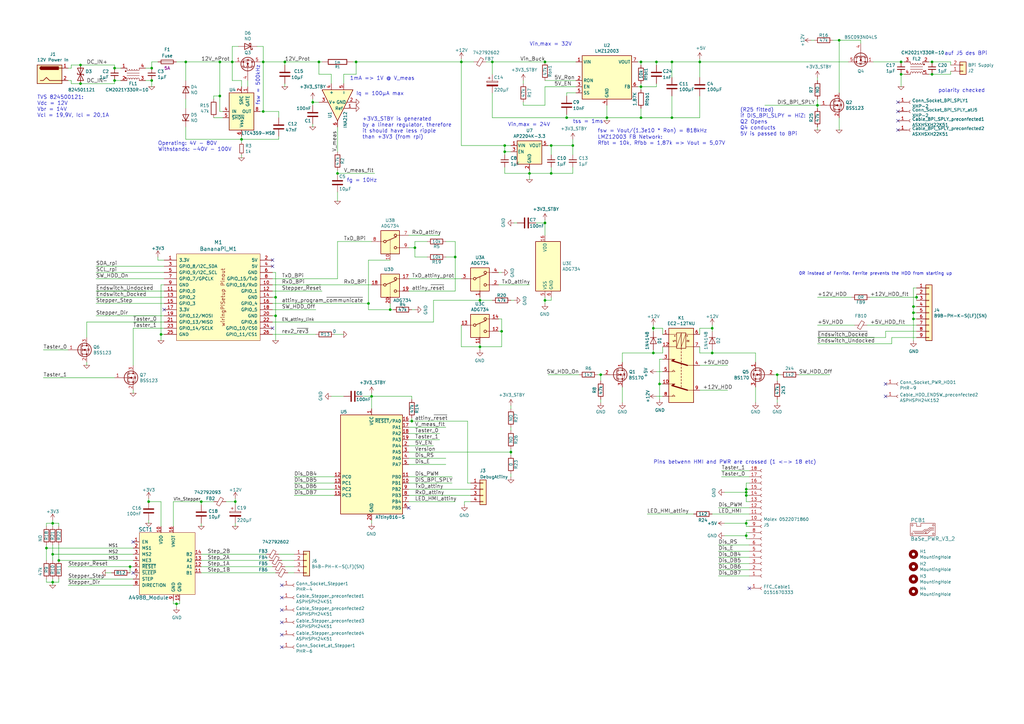
<source format=kicad_sch>
(kicad_sch (version 20211123) (generator eeschema)
  (paper "A3")
  (title_block (title "BaSe_PWR_V3_1") (date "28 apr 2016") (rev "2") (company "Gras7 Labs") (comment 1 "Power supply, Stepper Driver, SBC"))
  (junction (at 306.07 200.66))
  (junction (at 318.77 153.67))
  (junction (at 160.02 127))
  (junction (at 292.1 144.78))
  (junction (at 306.07 203.2))
  (junction (at 201.93 25.4))
  (junction (at 269.24 25.4))
  (junction (at 226.06 59.69))
  (junction (at 226.06 71.12))
  (junction (at 76.2 25.4))
  (junction (at 24.13 229.87))
  (junction (at 96.52 205.74))
  (junction (at 306.07 219.71))
  (junction (at 267.97 144.78))
  (junction (at 382.27 30.48))
  (junction (at 246.38 153.67))
  (junction (at 107.95 45.72))
  (junction (at 33.02 34.29))
  (junction (at 95.25 25.4))
  (junction (at 46.99 33.02))
  (junction (at 270.51 157.48))
  (junction (at 113.03 121.92))
  (junction (at 375.92 121.92))
  (junction (at 116.84 25.4))
  (junction (at 223.52 25.4))
  (junction (at 287.02 25.4))
  (junction (at 138.43 71.12))
  (junction (at 107.95 25.4))
  (junction (at 21.59 238.76))
  (junction (at 46.99 27.94))
  (junction (at 217.17 71.12))
  (junction (at 234.95 59.69))
  (junction (at 21.59 227.33))
  (junction (at 21.59 214.63))
  (junction (at 207.01 62.23))
  (junction (at 292.1 134.62))
  (junction (at 19.05 224.79))
  (junction (at 262.89 25.4))
  (junction (at 306.07 201.93))
  (junction (at 128.27 41.91))
  (junction (at 196.85 142.24))
  (junction (at 152.4 162.56))
  (junction (at 374.65 130.81))
  (junction (at 335.28 43.18))
  (junction (at 33.02 26.67))
  (junction (at 374.65 125.73))
  (junction (at 369.57 30.48))
  (junction (at 205.74 135.89))
  (junction (at 170.18 101.6))
  (junction (at 90.17 39.37))
  (junction (at 186.69 105.41))
  (junction (at 232.41 48.26))
  (junction (at 223.52 123.19))
  (junction (at 151.13 124.46))
  (junction (at 130.81 25.4))
  (junction (at 369.57 25.4))
  (junction (at 146.05 25.4))
  (junction (at 344.17 16.51))
  (junction (at 196.85 123.19))
  (junction (at 82.55 205.74))
  (junction (at 374.65 128.27))
  (junction (at 113.03 129.54))
  (junction (at 223.52 91.44))
  (junction (at 189.23 25.4))
  (junction (at 262.89 48.26))
  (junction (at 248.92 48.26))
  (junction (at 275.59 25.4))
  (junction (at 168.91 172.72))
  (junction (at 72.39 247.65))
  (junction (at 382.27 25.4))
  (junction (at 275.59 48.26))
  (junction (at 53.34 232.41))
  (junction (at 207.01 59.69))
  (junction (at 267.97 134.62))
  (junction (at 209.55 185.42))
  (junction (at 90.17 25.4))
  (junction (at 66.04 137.16))
  (junction (at 306.07 214.63))
  (junction (at 60.96 205.74))
  (junction (at 99.06 57.15))
  (junction (at 62.23 33.02))
  (junction (at 262.89 35.56))
  (junction (at 62.23 27.94))
  (no_connect (at 363.22 157.48))
  (no_connect (at 54.61 222.25))
  (no_connect (at 115.57 260.35))
  (no_connect (at 368.3 41.91))
  (no_connect (at 368.3 49.53))
  (no_connect (at 111.76 106.68))
  (no_connect (at 54.61 234.95))
  (no_connect (at 111.76 109.22))
  (no_connect (at 115.57 245.11))
  (no_connect (at 368.3 45.72))
  (no_connect (at 67.31 127))
  (no_connect (at 111.76 134.62))
  (no_connect (at 167.64 208.28))
  (no_connect (at 368.3 53.34))
  (no_connect (at 115.57 255.27))
  (no_connect (at 307.34 241.3))
  (no_connect (at 363.22 162.56))
  (no_connect (at 115.57 240.03))
  (no_connect (at 115.57 265.43))
  (no_connect (at 115.57 250.19))
  (wire (pts (xy 114.3 45.72) (xy 114.3 48.26)))
  (wire (pts (xy 317.5 153.67) (xy 318.77 153.67)))
  (wire (pts (xy 255.27 144.78) (xy 255.27 148.59)))
  (wire (pts (xy 160.02 127) (xy 151.13 127)))
  (wire (pts (xy 167.64 177.8) (xy 180.34 177.8)))
  (wire (pts (xy 90.17 39.37) (xy 90.17 25.4)))
  (wire (pts (xy 105.41 19.05) (xy 107.95 19.05)))
  (wire (pts (xy 270.51 157.48) (xy 270.51 163.83)))
  (wire (pts (xy 170.18 105.41) (xy 175.26 105.41)))
  (wire (pts (xy 381 30.48) (xy 382.27 30.48)))
  (wire (pts (xy 209.55 194.31) (xy 209.55 195.58)))
  (wire (pts (xy 96.52 204.47) (xy 96.52 205.74)))
  (wire (pts (xy 91.44 45.72) (xy 90.17 45.72)))
  (wire (pts (xy 116.84 25.4) (xy 116.84 26.67)))
  (wire (pts (xy 168.91 172.72) (xy 168.91 171.45)))
  (wire (pts (xy 148.59 162.56) (xy 152.4 162.56)))
  (wire (pts (xy 189.23 59.69) (xy 207.01 59.69)))
  (wire (pts (xy 99.06 33.02) (xy 95.25 33.02)))
  (wire (pts (xy 72.39 247.65) (xy 73.66 247.65)))
  (wire (pts (xy 167.64 195.58) (xy 185.42 195.58)))
  (wire (pts (xy 82.55 234.95) (xy 113.03 234.95)))
  (wire (pts (xy 137.16 203.2) (xy 120.65 203.2)))
  (wire (pts (xy 306.07 198.12) (xy 306.07 200.66)))
  (wire (pts (xy 223.52 91.44) (xy 223.52 96.52)))
  (wire (pts (xy 111.76 124.46) (xy 151.13 124.46)))
  (wire (pts (xy 87.63 40.64) (xy 87.63 39.37)))
  (wire (pts (xy 191.77 198.12) (xy 193.04 198.12)))
  (wire (pts (xy 201.93 38.1) (xy 201.93 48.26)))
  (wire (pts (xy 267.97 134.62) (xy 267.97 135.89)))
  (wire (pts (xy 226.06 121.92) (xy 226.06 123.19)))
  (wire (pts (xy 140.97 137.16) (xy 137.16 137.16)))
  (wire (pts (xy 370.84 30.48) (xy 369.57 30.48)))
  (wire (pts (xy 46.99 33.02) (xy 46.99 34.29)))
  (wire (pts (xy 189.23 24.13) (xy 189.23 25.4)))
  (wire (pts (xy 189.23 25.4) (xy 194.31 25.4)))
  (wire (pts (xy 95.25 25.4) (xy 96.52 25.4)))
  (wire (pts (xy 207.01 71.12) (xy 217.17 71.12)))
  (wire (pts (xy 204.47 116.84) (xy 217.17 116.84)))
  (wire (pts (xy 269.24 25.4) (xy 275.59 25.4)))
  (wire (pts (xy 199.39 25.4) (xy 201.93 25.4)))
  (wire (pts (xy 207.01 59.69) (xy 207.01 62.23)))
  (wire (pts (xy 318.77 163.83) (xy 318.77 165.1)))
  (wire (pts (xy 186.69 119.38) (xy 167.64 119.38)))
  (wire (pts (xy 19.05 223.52) (xy 19.05 224.79)))
  (wire (pts (xy 39.37 119.38) (xy 67.31 119.38)))
  (wire (pts (xy 246.38 153.67) (xy 246.38 156.21)))
  (wire (pts (xy 99.06 57.15) (xy 76.2 57.15)))
  (wire (pts (xy 365.76 138.43) (xy 365.76 140.97)))
  (wire (pts (xy 332.74 16.51) (xy 334.01 16.51)))
  (wire (pts (xy 375.92 128.27) (xy 374.65 128.27)))
  (wire (pts (xy 27.94 27.94) (xy 29.21 27.94)))
  (wire (pts (xy 138.43 114.3) (xy 138.43 99.06)))
  (wire (pts (xy 247.65 153.67) (xy 246.38 153.67)))
  (wire (pts (xy 128.27 41.91) (xy 128.27 43.18)))
  (wire (pts (xy 60.96 205.74) (xy 60.96 204.47)))
  (wire (pts (xy 39.37 114.3) (xy 67.31 114.3)))
  (wire (pts (xy 66.04 205.74) (xy 66.04 215.9)))
  (wire (pts (xy 128.27 41.91) (xy 130.81 41.91)))
  (wire (pts (xy 140.97 34.29) (xy 140.97 30.48)))
  (wire (pts (xy 135.89 30.48) (xy 135.89 34.29)))
  (wire (pts (xy 196.85 123.19) (xy 196.85 121.92)))
  (wire (pts (xy 275.59 39.37) (xy 275.59 48.26)))
  (wire (pts (xy 375.92 120.65) (xy 375.92 121.92)))
  (wire (pts (xy 307.34 203.2) (xy 306.07 203.2)))
  (wire (pts (xy 82.55 207.01) (xy 82.55 205.74)))
  (wire (pts (xy 226.06 71.12) (xy 226.06 68.58)))
  (wire (pts (xy 306.07 220.98) (xy 307.34 220.98)))
  (wire (pts (xy 374.65 125.73) (xy 374.65 128.27)))
  (wire (pts (xy 107.95 25.4) (xy 107.95 45.72)))
  (wire (pts (xy 168.91 163.83) (xy 168.91 162.56)))
  (wire (pts (xy 234.95 57.15) (xy 234.95 59.69)))
  (wire (pts (xy 191.77 172.72) (xy 191.77 198.12)))
  (wire (pts (xy 19.05 214.63) (xy 21.59 214.63)))
  (wire (pts (xy 186.69 99.06) (xy 186.69 105.41)))
  (wire (pts (xy 389.89 25.4) (xy 382.27 25.4)))
  (wire (pts (xy 307.34 236.22) (xy 294.64 236.22)))
  (wire (pts (xy 271.78 144.78) (xy 267.97 144.78)))
  (wire (pts (xy 292.1 144.78) (xy 292.1 143.51)))
  (wire (pts (xy 27.94 232.41) (xy 53.34 232.41)))
  (wire (pts (xy 205.74 135.89) (xy 204.47 135.89)))
  (wire (pts (xy 167.64 182.88) (xy 177.8 182.88)))
  (wire (pts (xy 214.63 33.02) (xy 214.63 34.29)))
  (wire (pts (xy 130.81 25.4) (xy 130.81 30.48)))
  (wire (pts (xy 72.39 248.92) (xy 72.39 247.65)))
  (wire (pts (xy 223.52 43.18) (xy 214.63 43.18)))
  (wire (pts (xy 62.23 25.4) (xy 64.77 25.4)))
  (wire (pts (xy 335.28 31.75) (xy 335.28 33.02)))
  (wire (pts (xy 267.97 144.78) (xy 267.97 143.51)))
  (wire (pts (xy 43.18 234.95) (xy 45.72 234.95)))
  (wire (pts (xy 116.84 34.29) (xy 116.84 35.56)))
  (wire (pts (xy 201.93 48.26) (xy 232.41 48.26)))
  (wire (pts (xy 72.39 25.4) (xy 76.2 25.4)))
  (wire (pts (xy 196.85 143.51) (xy 196.85 142.24)))
  (wire (pts (xy 146.05 30.48) (xy 146.05 25.4)))
  (wire (pts (xy 356.87 121.92) (xy 375.92 121.92)))
  (wire (pts (xy 307.34 218.44) (xy 306.07 218.44)))
  (wire (pts (xy 358.14 25.4) (xy 369.57 25.4)))
  (wire (pts (xy 62.23 33.02) (xy 62.23 35.56)))
  (wire (pts (xy 33.02 34.29) (xy 29.21 34.29)))
  (wire (pts (xy 29.21 26.67) (xy 33.02 26.67)))
  (wire (pts (xy 389.89 30.48) (xy 389.89 29.21)))
  (wire (pts (xy 39.37 121.92) (xy 67.31 121.92)))
  (wire (pts (xy 111.76 116.84) (xy 152.4 116.84)))
  (wire (pts (xy 114.3 57.15) (xy 114.3 55.88)))
  (wire (pts (xy 294.64 223.52) (xy 307.34 223.52)))
  (wire (pts (xy 175.26 99.06) (xy 170.18 99.06)))
  (wire (pts (xy 294.64 233.68) (xy 307.34 233.68)))
  (wire (pts (xy 167.64 96.52) (xy 180.34 96.52)))
  (wire (pts (xy 306.07 213.36) (xy 307.34 213.36)))
  (wire (pts (xy 306.07 218.44) (xy 306.07 219.71)))
  (wire (pts (xy 138.43 52.07) (xy 138.43 62.23)))
  (wire (pts (xy 223.52 25.4) (xy 236.22 25.4)))
  (wire (pts (xy 140.97 30.48) (xy 146.05 30.48)))
  (wire (pts (xy 152.4 162.56) (xy 152.4 167.64)))
  (wire (pts (xy 382.27 30.48) (xy 389.89 30.48)))
  (wire (pts (xy 269.24 162.56) (xy 271.78 162.56)))
  (wire (pts (xy 82.55 229.87) (xy 110.49 229.87)))
  (wire (pts (xy 204.47 130.81) (xy 205.74 130.81)))
  (wire (pts (xy 292.1 210.82) (xy 307.34 210.82)))
  (wire (pts (xy 49.53 27.94) (xy 46.99 27.94)))
  (wire (pts (xy 335.28 121.92) (xy 349.25 121.92)))
  (wire (pts (xy 170.18 127) (xy 168.91 127)))
  (wire (pts (xy 271.78 142.24) (xy 271.78 144.78)))
  (wire (pts (xy 129.54 127) (xy 111.76 127)))
  (wire (pts (xy 95.25 33.02) (xy 95.25 25.4)))
  (wire (pts (xy 267.97 134.62) (xy 271.78 134.62)))
  (wire (pts (xy 341.63 16.51) (xy 344.17 16.51)))
  (wire (pts (xy 297.18 201.93) (xy 306.07 201.93)))
  (wire (pts (xy 113.03 111.76) (xy 113.03 121.92)))
  (wire (pts (xy 146.05 25.4) (xy 189.23 25.4)))
  (wire (pts (xy 375.92 121.92) (xy 375.92 123.19)))
  (wire (pts (xy 335.28 44.45) (xy 335.28 43.18)))
  (wire (pts (xy 223.52 123.19) (xy 223.52 121.92)))
  (wire (pts (xy 223.52 33.02) (xy 236.22 33.02)))
  (wire (pts (xy 29.21 33.02) (xy 27.94 33.02)))
  (wire (pts (xy 335.28 40.64) (xy 335.28 43.18)))
  (wire (pts (xy 306.07 205.74) (xy 307.34 205.74)))
  (wire (pts (xy 120.65 195.58) (xy 137.16 195.58)))
  (wire (pts (xy 236.22 35.56) (xy 223.52 35.56)))
  (wire (pts (xy 370.84 25.4) (xy 369.57 25.4)))
  (wire (pts (xy 152.4 214.63) (xy 152.4 213.36)))
  (wire (pts (xy 24.13 229.87) (xy 54.61 229.87)))
  (wire (pts (xy 307.34 198.12) (xy 306.07 198.12)))
  (wire (pts (xy 113.03 129.54) (xy 111.76 129.54)))
  (wire (pts (xy 309.88 144.78) (xy 309.88 148.59)))
  (wire (pts (xy 82.55 205.74) (xy 87.63 205.74)))
  (wire (pts (xy 217.17 71.12) (xy 217.17 73.66)))
  (wire (pts (xy 262.89 35.56) (xy 262.89 34.29)))
  (wire (pts (xy 182.88 105.41) (xy 186.69 105.41)))
  (wire (pts (xy 262.89 25.4) (xy 269.24 25.4)))
  (wire (pts (xy 306.07 203.2) (xy 306.07 205.74)))
  (wire (pts (xy 262.89 25.4) (xy 262.89 26.67)))
  (wire (pts (xy 287.02 39.37) (xy 287.02 48.26)))
  (wire (pts (xy 106.68 25.4) (xy 107.95 25.4)))
  (wire (pts (xy 118.11 234.95) (xy 120.65 234.95)))
  (wire (pts (xy 209.55 175.26) (xy 209.55 176.53)))
  (wire (pts (xy 246.38 153.67) (xy 245.11 153.67)))
  (wire (pts (xy 82.55 214.63) (xy 82.55 215.9)))
  (wire (pts (xy 90.17 45.72) (xy 90.17 39.37)))
  (wire (pts (xy 275.59 25.4) (xy 287.02 25.4)))
  (wire (pts (xy 269.24 35.56) (xy 262.89 35.56)))
  (wire (pts (xy 201.93 25.4) (xy 223.52 25.4)))
  (wire (pts (xy 160.02 124.46) (xy 160.02 127)))
  (wire (pts (xy 24.13 237.49) (xy 24.13 238.76)))
  (wire (pts (xy 130.81 30.48) (xy 135.89 30.48)))
  (wire (pts (xy 306.07 214.63) (xy 306.07 213.36)))
  (wire (pts (xy 269.24 152.4) (xy 271.78 152.4)))
  (wire (pts (xy 120.65 200.66) (xy 137.16 200.66)))
  (wire (pts (xy 161.29 127) (xy 160.02 127)))
  (wire (pts (xy 226.06 63.5) (xy 226.06 59.69)))
  (wire (pts (xy 196.85 142.24) (xy 196.85 140.97)))
  (wire (pts (xy 19.05 238.76) (xy 21.59 238.76)))
  (wire (pts (xy 111.76 119.38) (xy 132.08 119.38)))
  (wire (pts (xy 35.56 149.86) (xy 35.56 148.59)))
  (wire (pts (xy 210.82 91.44) (xy 212.09 91.44)))
  (wire (pts (xy 232.41 48.26) (xy 248.92 48.26)))
  (wire (pts (xy 152.4 161.29) (xy 152.4 162.56)))
  (wire (pts (xy 168.91 162.56) (xy 152.4 162.56)))
  (wire (pts (xy 205.74 135.89) (xy 205.74 142.24)))
  (wire (pts (xy 217.17 71.12) (xy 226.06 71.12)))
  (wire (pts (xy 167.64 200.66) (xy 193.04 200.66)))
  (wire (pts (xy 49.53 33.02) (xy 46.99 33.02)))
  (wire (pts (xy 64.77 105.41) (xy 64.77 106.68)))
  (wire (pts (xy 180.34 180.34) (xy 167.64 180.34)))
  (wire (pts (xy 97.79 19.05) (xy 95.25 19.05)))
  (wire (pts (xy 66.04 137.16) (xy 66.04 139.7)))
  (wire (pts (xy 223.52 35.56) (xy 223.52 43.18)))
  (wire (pts (xy 107.95 25.4) (xy 116.84 25.4)))
  (wire (pts (xy 151.13 124.46) (xy 151.13 106.68)))
  (wire (pts (xy 207.01 68.58) (xy 207.01 71.12)))
  (wire (pts (xy 76.2 33.02) (xy 76.2 25.4)))
  (wire (pts (xy 138.43 99.06) (xy 152.4 99.06)))
  (wire (pts (xy 96.52 214.63) (xy 96.52 215.9)))
  (wire (pts (xy 219.71 91.44) (xy 223.52 91.44)))
  (wire (pts (xy 76.2 25.4) (xy 90.17 25.4)))
  (wire (pts (xy 262.89 44.45) (xy 262.89 48.26)))
  (wire (pts (xy 167.64 185.42) (xy 209.55 185.42)))
  (wire (pts (xy 17.78 143.51) (xy 27.94 143.51)))
  (wire (pts (xy 111.76 114.3) (xy 138.43 114.3)))
  (wire (pts (xy 374.65 128.27) (xy 374.65 130.81)))
  (wire (pts (xy 292.1 144.78) (xy 309.88 144.78)))
  (wire (pts (xy 168.91 172.72) (xy 191.77 172.72)))
  (wire (pts (xy 113.03 121.92) (xy 113.03 129.54)))
  (wire (pts (xy 374.65 118.11) (xy 374.65 125.73)))
  (wire (pts (xy 170.18 101.6) (xy 170.18 105.41)))
  (wire (pts (xy 262.89 48.26) (xy 248.92 48.26)))
  (wire (pts (xy 224.79 59.69) (xy 226.06 59.69)))
  (wire (pts (xy 287.02 134.62) (xy 292.1 134.62)))
  (wire (pts (xy 232.41 46.99) (xy 232.41 48.26)))
  (wire (pts (xy 375.92 138.43) (xy 365.76 138.43)))
  (wire (pts (xy 71.12 247.65) (xy 72.39 247.65)))
  (wire (pts (xy 39.37 109.22) (xy 67.31 109.22)))
  (wire (pts (xy 209.55 185.42) (xy 209.55 186.69)))
  (wire (pts (xy 24.13 238.76) (xy 21.59 238.76)))
  (wire (pts (xy 135.89 162.56) (xy 140.97 162.56)))
  (wire (pts (xy 19.05 224.79) (xy 54.61 224.79)))
  (wire (pts (xy 67.31 116.84) (xy 66.04 116.84)))
  (wire (pts (xy 306.07 201.93) (xy 306.07 203.2)))
  (wire (pts (xy 382.27 25.4) (xy 381 25.4)))
  (wire (pts (xy 71.12 205.74) (xy 82.55 205.74)))
  (wire (pts (xy 298.45 160.02) (xy 287.02 160.02)))
  (wire (pts (xy 35.56 138.43) (xy 35.56 132.08)))
  (wire (pts (xy 99.06 57.15) (xy 114.3 57.15)))
  (wire (pts (xy 46.99 34.29) (xy 33.02 34.29)))
  (wire (pts (xy 306.07 219.71) (xy 306.07 220.98)))
  (wire (pts (xy 214.63 43.18) (xy 214.63 41.91)))
  (wire (pts (xy 306.07 200.66) (xy 307.34 200.66)))
  (wire (pts (xy 207.01 59.69) (xy 209.55 59.69)))
  (wire (pts (xy 246.38 163.83) (xy 246.38 165.1)))
  (wire (pts (xy 363.22 135.89) (xy 363.22 138.43)))
  (wire (pts (xy 287.02 31.75) (xy 287.02 25.4)))
  (wire (pts (xy 375.92 130.81) (xy 374.65 130.81)))
  (wire (pts (xy 116.84 232.41) (xy 120.65 232.41)))
  (wire (pts (xy 107.95 45.72) (xy 114.3 45.72)))
  (wire (pts (xy 76.2 57.15) (xy 76.2 52.07)))
  (wire (pts (xy 201.93 123.19) (xy 196.85 123.19)))
  (wire (pts (xy 33.02 26.67) (xy 46.99 26.67)))
  (wire (pts (xy 287.02 142.24) (xy 287.02 144.78)))
  (wire (pts (xy 101.6 35.56) (xy 101.6 33.02)))
  (wire (pts (xy 248.92 48.26) (xy 248.92 49.53)))
  (wire (pts (xy 144.78 25.4) (xy 146.05 25.4)))
  (wire (pts (xy 167.64 187.96) (xy 182.88 187.96)))
  (wire (pts (xy 21.59 227.33) (xy 54.61 227.33)))
  (wire (pts (xy 255.27 158.75) (xy 255.27 165.1)))
  (wire (pts (xy 151.13 106.68) (xy 160.02 106.68)))
  (wire (pts (xy 271.78 134.62) (xy 271.78 137.16)))
  (wire (pts (xy 327.66 153.67) (xy 340.36 153.67)))
  (wire (pts (xy 306.07 215.9) (xy 306.07 214.63)))
  (wire (pts (xy 318.77 153.67) (xy 318.77 156.21)))
  (wire (pts (xy 234.95 63.5) (xy 234.95 59.69)))
  (wire (pts (xy 167.64 203.2) (xy 193.04 203.2)))
  (wire (pts (xy 60.96 214.63) (xy 60.96 213.36)))
  (wire (pts (xy 21.59 227.33) (xy 21.59 229.87)))
  (wire (pts (xy 99.06 55.88) (xy 99.06 57.15)))
  (wire (pts (xy 275.59 25.4) (xy 275.59 31.75)))
  (wire (pts (xy 306.07 219.71) (xy 297.18 219.71)))
  (wire (pts (xy 21.59 240.03) (xy 21.59 238.76)))
  (wire (pts (xy 196.85 142.24) (xy 205.74 142.24)))
  (wire (pts (xy 87.63 48.26) (xy 91.44 48.26)))
  (wire (pts (xy 167.64 205.74) (xy 186.69 205.74)))
  (wire (pts (xy 295.91 193.04) (xy 307.34 193.04)))
  (wire (pts (xy 287.02 137.16) (xy 287.02 134.62)))
  (wire (pts (xy 309.88 158.75) (xy 309.88 165.1)))
  (wire (pts (xy 167.64 198.12) (xy 185.42 198.12)))
  (wire (pts (xy 76.2 40.64) (xy 76.2 44.45)))
  (wire (pts (xy 223.52 124.46) (xy 223.52 123.19)))
  (wire (pts (xy 54.61 134.62) (xy 67.31 134.62)))
  (wire (pts (xy 82.55 227.33) (xy 109.22 227.33)))
  (wire (pts (xy 269.24 34.29) (xy 269.24 35.56)))
  (wire (pts (xy 39.37 129.54) (xy 67.31 129.54)))
  (wire (pts (xy 295.91 195.58) (xy 307.34 195.58)))
  (wire (pts (xy 138.43 69.85) (xy 138.43 71.12)))
  (wire (pts (xy 335.28 133.35) (xy 350.52 133.35)))
  (wire (pts (xy 196.85 142.24) (xy 189.23 142.24)))
  (wire (pts (xy 73.66 247.65) (xy 73.66 246.38)))
  (wire (pts (xy 66.04 116.84) (xy 66.04 137.16)))
  (wire (pts (xy 116.84 25.4) (xy 130.81 25.4)))
  (wire (pts (xy 375.92 118.11) (xy 374.65 118.11)))
  (wire (pts (xy 170.18 101.6) (xy 167.64 101.6)))
  (wire (pts (xy 209.55 166.37) (xy 209.55 167.64)))
  (wire (pts (xy 335.28 43.18) (xy 336.55 43.18)))
  (wire (pts (xy 167.64 175.26) (xy 182.88 175.26)))
  (wire (pts (xy 306.07 200.66) (xy 306.07 201.93)))
  (wire (pts (xy 132.08 25.4) (xy 130.81 25.4)))
  (wire (pts (xy 62.23 25.4) (xy 62.23 27.94)))
  (wire (pts (xy 232.41 38.1) (xy 232.41 39.37)))
  (wire (pts (xy 226.06 71.12) (xy 234.95 71.12)))
  (wire (pts (xy 21.59 223.52) (xy 21.59 227.33)))
  (wire (pts (xy 205.74 111.76) (xy 204.47 111.76)))
  (wire (pts (xy 87.63 39.37) (xy 90.17 39.37)))
  (wire (pts (xy 207.01 62.23) (xy 209.55 62.23)))
  (wire (pts (xy 270.51 157.48) (xy 271.78 157.48)))
  (wire (pts (xy 167.64 172.72) (xy 168.91 172.72)))
  (wire (pts (xy 170.18 99.06) (xy 170.18 101.6)))
  (wire (pts (xy 190.5 205.74) (xy 193.04 205.74)))
  (wire (pts (xy 60.96 205.74) (xy 66.04 205.74)))
  (wire (pts (xy 107.95 45.72) (xy 106.68 45.72)))
  (wire (pts (xy 167.64 114.3) (xy 189.23 114.3)))
  (wire (pts (xy 347.98 25.4) (xy 287.02 25.4)))
  (wire (pts (xy 292.1 133.35) (xy 292.1 134.62)))
  (wire (pts (xy 344.17 48.26) (xy 344.17 53.34)))
  (wire (pts (xy 21.59 214.63) (xy 21.59 215.9)))
  (wire (pts (xy 265.43 210.82) (xy 284.48 210.82)))
  (wire (pts (xy 46.99 26.67) (xy 46.99 27.94)))
  (wire (pts (xy 151.13 127) (xy 151.13 124.46)))
  (wire (pts (xy 17.78 154.94) (xy 46.99 154.94)))
  (wire (pts (xy 262.89 35.56) (xy 262.89 36.83)))
  (wire (pts (xy 236.22 38.1) (xy 232.41 38.1)))
  (wire (pts (xy 209.55 184.15) (xy 209.55 185.42)))
  (wire (pts (xy 54.61 161.29) (xy 54.61 160.02)))
  (wire (pts (xy 344.17 16.51) (xy 344.17 38.1)))
  (wire (pts (xy 29.21 33.02) (xy 29.21 34.29)))
  (wire (pts (xy 287.02 24.13) (xy 287.02 25.4)))
  (wire (pts (xy 292.1 135.89) (xy 292.1 134.62)))
  (wire (pts (xy 21.59 214.63) (xy 21.59 213.36)))
  (wire (pts (xy 24.13 223.52) (xy 24.13 229.87)))
  (wire (pts (xy 307.34 231.14) (xy 294.64 231.14)))
  (wire (pts (xy 138.43 78.74) (xy 138.43 82.55)))
  (wire (pts (xy 344.17 16.51) (xy 353.06 16.51)))
  (wire (pts (xy 90.17 25.4) (xy 95.25 25.4)))
  (wire (pts (xy 294.64 228.6) (xy 307.34 228.6)))
  (wire (pts (xy 287.02 144.78) (xy 292.1 144.78)))
  (wire (pts (xy 59.69 33.02) (xy 62.23 33.02)))
  (wire (pts (xy 99.06 57.15) (xy 99.06 58.42)))
  (wire (pts (xy 114.3 227.33) (xy 120.65 227.33)))
  (wire (pts (xy 53.34 234.95) (xy 53.34 232.41)))
  (wire (pts (xy 54.61 134.62) (xy 54.61 149.86)))
  (wire (pts (xy 19.05 224.79) (xy 19.05 229.87)))
  (wire (pts (xy 375.92 133.35) (xy 355.6 133.35)))
  (wire (pts (xy 53.34 232.41) (xy 54.61 232.41)))
  (wire (pts (xy 182.88 99.06) (xy 186.69 99.06)))
  (wire (pts (xy 335.28 53.34) (xy 335.28 52.07)))
  (wire (pts (xy 128.27 40.64) (xy 128.27 41.91)))
  (wire (pts (xy 129.54 137.16) (xy 111.76 137.16)))
  (wire (pts (xy 59.69 27.94) (xy 62.23 27.94)))
  (wire (pts (xy 107.95 19.05) (xy 107.95 25.4)))
  (wire (pts (xy 217.17 71.12) (xy 217.17 69.85)))
  (wire (pts (xy 335.28 140.97) (xy 365.76 140.97)))
  (wire (pts (xy 335.28 138.43) (xy 363.22 138.43)))
  (wire (pts (xy 374.65 130.81) (xy 374.65 139.7)))
  (wire (pts (xy 313.69 43.18) (xy 335.28 43.18)))
  (wire (pts (xy 177.8 123.19) (xy 196.85 123.19)))
  (wire (pts (xy 307.34 215.9) (xy 306.07 215.9)))
  (wire (pts (xy 248.92 43.18) (xy 248.92 48.26)))
  (wire (pts (xy 95.25 19.05) (xy 95.25 25.4)))
  (wire (pts (xy 201.93 30.48) (xy 201.93 25.4)))
  (wire (pts (xy 35.56 132.08) (xy 67.31 132.08)))
  (wire (pts (xy 389.89 26.67) (xy 389.89 25.4)))
  (wire (pts (xy 177.8 132.08) (xy 111.76 132.08)))
  (wire (pts (xy 375.92 135.89) (xy 363.22 135.89)))
  (wire (pts (xy 24.13 214.63) (xy 24.13 215.9)))
  (wire (pts (xy 223.52 90.17) (xy 223.52 91.44)))
  (wire (pts (xy 234.95 71.12) (xy 234.95 68.58)))
  (wire (pts (xy 267.97 133.35) (xy 267.97 134.62)))
  (wire (pts (xy 375.92 125.73) (xy 374.65 125.73)))
  (wire (pts (xy 82.55 232.41) (xy 111.76 232.41)))
  (wire (pts (xy 271.78 147.32) (xy 270.51 147.32)))
  (wire (pts (xy 189.23 133.35) (xy 189.23 142.24)))
  (wire (pts (xy 294.64 208.28) (xy 307.34 208.28)))
  (wire (pts (xy 207.01 63.5) (xy 207.01 62.23)))
  (wire (pts (xy 237.49 153.67) (xy 224.79 153.67)))
  (wire (pts (xy 19.05 215.9) (xy 19.05 214.63)))
  (wire (pts (xy 39.37 124.46) (xy 67.31 124.46)))
  (wire (pts (xy 269.24 25.4) (xy 269.24 26.67)))
  (wire (pts (xy 261.62 35.56) (xy 262.89 35.56)))
  (wire (pts (xy 209.55 123.19) (xy 210.82 123.19)))
  (wire (pts (xy 223.52 123.19) (xy 226.06 123.19)))
  (wire (pts (xy 27.94 240.03) (xy 54.61 240.03)))
  (wire (pts (xy 255.27 144.78) (xy 267.97 144.78)))
  (wire (pts (xy 287.02 48.26) (xy 275.59 48.26)))
  (wire (pts (xy 205.74 130.81) (xy 205.74 135.89)))
  (wire (pts (xy 67.31 137.16) (xy 66.04 137.16)))
  (wire (pts (xy 189.23 59.69) (xy 189.23 25.4)))
  (wire (pts (xy 369.57 30.48) (xy 369.57 35.56)))
  (wire (pts (xy 113.03 139.7) (xy 113.03 129.54)))
  (wire (pts (xy 92.71 205.74) (xy 96.52 205.74)))
  (wire (pts (xy 21.59 238.76) (xy 21.59 237.49)))
  (wire (pts (xy 353.06 16.51) (xy 353.06 17.78)))
  (wire (pts (xy 39.37 111.76) (xy 67.31 111.76)))
  (wire (pts (xy 177.8 123.19) (xy 177.8 132.08)))
  (wire (pts (xy 287.02 149.86) (xy 298.45 149.86)))
  (wire (pts (xy 27.94 237.49) (xy 54.61 237.49)))
  (wire (pts (xy 270.51 147.32) (xy 270.51 157.48)))
  (wire (pts (xy 96.52 205.74) (xy 96.52 207.01)))
  (wire (pts (xy 128.27 52.07) (xy 128.27 50.8)))
  (wire (pts (xy 19.05 237.49) (xy 19.05 238.76)))
  (wire (pts (xy 167.64 190.5) (xy 182.88 190.5)))
  (wire (pts (xy 29.21 27.94) (xy 29.21 26.67)))
  (wire (pts (xy 138.43 71.12) (xy 153.67 71.12)))
  (wire (pts (xy 275.59 48.26) (xy 262.89 48.26)))
  (wire (pts (xy 21.59 214.63) (xy 24.13 214.63)))
  (wire (pts (xy 120.65 198.12) (xy 137.16 198.12)))
  (wire (pts (xy 234.95 59.69) (xy 226.06 59.69)))
  (wire (pts (xy 318.77 153.67) (xy 320.04 153.67)))
  (wire (pts (xy 115.57 229.87) (xy 120.65 229.87)))
  (wire (pts (xy 64.77 106.68) (xy 67.31 106.68)))
  (wire (pts (xy 99.06 35.56) (xy 99.06 33.02)))
  (wire (pts (xy 306.07 214.63) (xy 297.18 214.63)))
  (wire (pts (xy 186.69 105.41) (xy 186.69 119.38)))
  (wire (pts (xy 307.34 226.06) (xy 294.64 226.06)))
  (wire (pts (xy 261.62 25.4) (xy 262.89 25.4)))
  (wire (pts (xy 71.12 246.38) (xy 71.12 247.65)))
  (wire (pts (xy 99.06 64.77) (xy 99.06 63.5)))
  (wire (pts (xy 111.76 111.76) (xy 113.03 111.76)))
  (wire (pts (xy 190.5 207.01) (xy 190.5 205.74)))
  (wire (pts (xy 111.76 121.92) (xy 113.03 121.92)))
  (wire (pts (xy 71.12 215.9) (xy 71.12 205.74)))
  (text "Vin,max = 24V" (at 208.28 52.07 0) (effects (font (size 1.524 1.524)) (justify left bottom)))
  (text "(R25 fitted)\nif DIS_BPi_SLPY = HiZ:\nQ2 Opens\nQ4 conducts \n5V is passed to BPi" (at 303.53 55.88 0) (effects (font (size 1.524 1.524)) (justify left bottom)))
  (text "tss = 1ms" (at 234.95 50.8 0) (effects (font (size 1.524 1.524)) (justify left bottom)))
  (text "0R instead of Ferrite. Ferrite prevents the HDD from starting up" (at 327.66 113.03 0) (effects (font (size 1.27 1.27)) (justify left bottom)))
  (text "auf J5 des BPi" (at 387.35 22.86 0) (effects (font (size 1.524 1.524)) (justify left bottom)))
  (text "polarity checked" (at 384.81 38.1 0) (effects (font (size 1.524 1.524)) (justify left bottom)))
  (text "1mA => 1V @ V_meas\n\n" (at 143.51 35.56 0) (effects (font (size 1.524 1.524)) (justify left bottom)))
  (text "Operating: 4V - 80V\nWithstands: -40V - 100V" (at 64.77 62.23 0) (effects (font (size 1.524 1.524)) (justify left bottom)))
  (text "TVS 824500121:\nVdc = 12V\nVbr = 14V\nVcl = 19,9V, Icl = 20,1A" (at 15.24 48.26 0) (effects (font (size 1.524 1.524)) (justify left bottom)))
  (text "Iq = 100µA max" (at 146.05 39.37 0) (effects (font (size 1.524 1.524)) (justify left bottom)))
  (text "Pins betwenn HMI and PWR are crossed (1 <-> 18 etc)" (at 267.97 190.5 0) (effects (font (size 1.524 1.524)) (justify left bottom)))
  (text "Vin,max = 32V" (at 217.17 19.05 0) (effects (font (size 1.524 1.524)) (justify left bottom)))
  (text "+3V3_STBY is generated\nby a linear regulator, therefore\nit should have less ripple\nthan +3V3 (from rpi)" (at 148.59 57.15 0) (effects (font (size 1.524 1.524)) (justify left bottom)))
  (text "fsw = 500kHz" (at 106.68 43.18 90) (effects (font (size 1.524 1.524)) (justify left bottom)))
  (text "fg = 10Hz" (at 142.24 74.93 0) (effects (font (size 1.524 1.524)) (justify left bottom)))
  (text "fsw = Vout/(1,3e10 * Ron) = 818kHz" (at 245.11 54.61 0) (effects (font (size 1.524 1.524)) (justify left bottom)))
  (text "LMZ12003 FB Network:\nRfbt = 10k, Rfbb = 1,87k => Vout = 5,07V" (at 245.11 59.69 0) (effects (font (size 1.524 1.524)) (justify left bottom)))
  (label "SDA_rpi" (at 39.37 109.22 0) (effects (font (size 1.524 1.524))))
  (label "SW_HDD_Off" (at 115.57 127 0) (effects (font (size 1.524 1.524))))
  (label "Taster_0" (at 17.78 143.51 0) (effects (font (size 1.524 1.524))))
  (label "rev2_~{rev3}" (at 115.57 137.16 0) (effects (font (size 1.524 1.524))))
  (label "+12V_HDD_flt" (at 356.87 121.92 0) (effects (font (size 1.524 1.524))))
  (label "5V_EN" (at 170.18 182.88 0) (effects (font (size 1.524 1.524))))
  (label "Stepper_Step" (at 39.37 124.46 0) (effects (font (size 1.524 1.524))))
  (label "Vin_Stepper" (at 71.12 205.74 0))
  (label "Dis_DB7" (at 120.65 203.2 0) (effects (font (size 1.524 1.524))))
  (label "MS2" (at 44.45 227.33 0))
  (label "Dis_DB6" (at 120.65 200.66 0) (effects (font (size 1.524 1.524))))
  (label "~{Taster_0}" (at 54.61 132.08 0) (effects (font (size 1.524 1.524))))
  (label "Dis_E" (at 294.64 226.06 0) (effects (font (size 1.524 1.524))))
  (label "Taster_1" (at 170.18 180.34 0) (effects (font (size 1.524 1.524))))
  (label "Vin_Buck" (at 213.36 25.4 0) (effects (font (size 1.524 1.524))))
  (label "Stepper_~{Reset}" (at 27.94 232.41 0) (effects (font (size 1.524 1.524))))
  (label "SW_HDD_On" (at 39.37 114.3 0) (effects (font (size 1.524 1.524))))
  (label "~{Endswitch_Undocked}" (at 335.28 140.97 0) (effects (font (size 1.524 1.524))))
  (label "Dis_DB5" (at 120.65 198.12 0) (effects (font (size 1.524 1.524))))
  (label "+12V_HDD" (at 288.29 160.02 0) (effects (font (size 1.524 1.524))))
  (label "RxD_attiny" (at 170.18 203.2 0) (effects (font (size 1.524 1.524))))
  (label "Dis_DB7" (at 294.64 236.22 0) (effects (font (size 1.524 1.524))))
  (label "DIS_BPi_SPLY" (at 318.77 43.18 0) (effects (font (size 1.524 1.524))))
  (label "Taster_0" (at 295.91 195.58 0) (effects (font (size 1.524 1.524))))
  (label "Step_1A" (at 85.09 232.41 0) (effects (font (size 1.524 1.524))))
  (label "Dis_RS" (at 170.18 187.96 0) (effects (font (size 1.524 1.524))))
  (label "Taster_0" (at 170.18 177.8 0) (effects (font (size 1.524 1.524))))
  (label "LED_HMI" (at 294.64 210.82 0) (effects (font (size 1.524 1.524))))
  (label "12V_Prot" (at 116.84 25.4 0) (effects (font (size 1.524 1.524))))
  (label "LED_HMI_attiny" (at 265.43 210.82 0) (effects (font (size 1.524 1.524))))
  (label "Dis_DB4" (at 294.64 228.6 0) (effects (font (size 1.524 1.524))))
  (label "attiny_~{reset}" (at 168.91 119.38 0) (effects (font (size 1.524 1.524))))
  (label "RxD_BPi" (at 140.97 116.84 0) (effects (font (size 1.524 1.524))))
  (label "5V_EN" (at 227.33 35.56 0) (effects (font (size 1.524 1.524))))
  (label "12V_nProt" (at 82.55 25.4 0) (effects (font (size 1.524 1.524))))
  (label "attiny_program_~{communicate}" (at 115.57 124.46 0) (effects (font (size 1.524 1.524))))
  (label "SW_HDD_Off" (at 327.66 153.67 0) (effects (font (size 1.524 1.524))))
  (label "TxD_attiny" (at 170.18 200.66 0) (effects (font (size 1.524 1.524))))
  (label "RxD_BPi" (at 115.57 116.84 0) (effects (font (size 1.524 1.524))))
  (label "DC_IN-" (at 35.56 34.29 0) (effects (font (size 1.524 1.524))))
  (label "Taster_1" (at 295.91 193.04 0) (effects (font (size 1.524 1.524))))
  (label "Step_2B" (at 85.09 227.33 0) (effects (font (size 1.524 1.524))))
  (label "+12V_HDD" (at 335.28 121.92 0) (effects (font (size 1.524 1.524))))
  (label "Dis_RS" (at 294.64 223.52 0) (effects (font (size 1.524 1.524))))
  (label "TxD_attiny" (at 205.74 116.84 0) (effects (font (size 1.524 1.524))))
  (label "Taster_1" (at 17.78 154.94 0) (effects (font (size 1.524 1.524))))
  (label "MS1" (at 44.45 224.79 0))
  (label "Stepper_Dir" (at 27.94 240.03 0) (effects (font (size 1.524 1.524))))
  (label "Dis_PWM" (at 294.64 208.28 0) (effects (font (size 1.524 1.524))))
  (label "Stepper_Dir" (at 39.37 129.54 0) (effects (font (size 1.524 1.524))))
  (label "Version" (at 170.18 185.42 0) (effects (font (size 1.524 1.524))))
  (label "LED_HMI_attiny" (at 170.18 205.74 0) (effects (font (size 1.524 1.524))))
  (label "TxD_BPi" (at 115.57 114.3 0) (effects (font (size 1.524 1.524))))
  (label "+5V_HDD" (at 288.29 149.86 0) (effects (font (size 1.524 1.524))))
  (label "Stepper_Step" (at 27.94 237.49 0) (effects (font (size 1.524 1.524))))
  (label "Dis_DB6" (at 294.64 233.68 0) (effects (font (size 1.524 1.524))))
  (label "5V_Ron" (at 227.33 33.02 0) (effects (font (size 1.524 1.524))))
  (label "V_meas_flt" (at 140.97 71.12 0) (effects (font (size 1.524 1.524))))
  (label "Step_1B" (at 85.09 234.95 0) (effects (font (size 1.524 1.524))))
  (label "SW_HDD_On" (at 237.49 153.67 180) (effects (font (size 1.524 1.524))))
  (label "DC_IN+" (at 35.56 26.67 0) (effects (font (size 1.524 1.524))))
  (label "Dis_DB4" (at 120.65 195.58 0) (effects (font (size 1.524 1.524))))
  (label "~{Endswitch_Docked}" (at 39.37 121.92 0) (effects (font (size 1.524 1.524))))
  (label "Dis_PWM" (at 170.18 195.58 0) (effects (font (size 1.524 1.524))))
  (label "Stepper_~{Reset}" (at 115.57 119.38 0) (effects (font (size 1.524 1.524))))
  (label "DIS_BPi_SPLY" (at 170.18 198.12 0) (effects (font (size 1.524 1.524))))
  (label "+5V_HDD" (at 335.28 133.35 0) (effects (font (size 1.524 1.524))))
  (label "attiny_~{reset}" (at 170.18 172.72 0) (effects (font (size 1.524 1.524))))
  (label "MS3" (at 44.45 229.87 0))
  (label "EN_attiny_link" (at 115.57 132.08 0))
  (label "TxD_BPi" (at 140.97 99.06 0) (effects (font (size 1.524 1.524))))
  (label "RxD_attiny" (at 168.91 96.52 0) (effects (font (size 1.524 1.524))))
  (label "~{Taster_1}" (at 54.61 134.62 0) (effects (font (size 1.524 1.524))))
  (label "TxD_attiny_prot" (at 168.91 114.3 0) (effects (font (size 1.524 1.524))))
  (label "Dis_E" (at 170.18 190.5 0) (effects (font (size 1.524 1.524))))
  (label "~{Endswitch_Docked}" (at 335.28 138.43 0) (effects (font (size 1.524 1.524))))
  (label "~{Endswitch_Undocked}" (at 39.37 119.38 0) (effects (font (size 1.524 1.524))))
  (label "Step_2A" (at 85.09 229.87 0) (effects (font (size 1.524 1.524))))
  (label "+5V_HDD_flt" (at 356.87 133.35 0) (effects (font (size 1.524 1.524))))
  (label "Dis_DB5" (at 294.64 231.14 0) (effects (font (size 1.524 1.524))))
  (label "V_meas" (at 138.43 62.23 90) (effects (font (size 1.524 1.524))))
  (label "V_meas_flt" (at 170.18 175.26 0) (effects (font (size 1.524 1.524))))
  (label "SCL_rpi" (at 39.37 111.76 0) (effects (font (size 1.524 1.524))))
  (symbol (lib_id "Connector:Barrel_Jack") (at 20.32 30.48 0) (unit 1)
    (property "Reference" "J1" (at 21.717 22.225 0))
    (property "Value" "12V Power In" (at 21.717 24.5364 0))
    (property "Footprint" "G7_Custom:BarrelJack_Wuerth_6941xx301002" (effects hide))
    (property "Digikey" "CP-102A-ND" (effects hide))
    (property "Outer Diameter" "5.5mm" (effects hide))
    (property "Inner Diameter" "0.2mm" (effects hide))
    (property "SPN" "CP-102A-ND" (effects hide))
    (property "SPR" "Digikey" (effects hide))
  )
  (symbol (lib_id "power:+5V") (at 287.02 24.13 0) (unit 1)
    (property "Reference" "#PWR013" (effects hide))
    (property "Value" "+5V" (at 287.401 19.7358 0))
  )
  (symbol (lib_id "BackupServer-rescue:INA212-BackupServer-rescue") (at 138.43 41.91 90) (mirror x) (unit 1)
    (property "Reference" "U1" (at 135.255 45.72 0) (effects (justify left)))
    (property "Value" "INA212" (at 141.605 45.72 0) (effects (justify left)))
    (property "Footprint" "Package_TO_SOT_SMD:SOT-363_SC-70-6_Handsoldering" (effects hide))
    (property "Datasheet" "http://www.ti.com/lit/ds/symlink/ina211.pdf" (effects hide))
    (property "MFR" " Texas Instruments " (effects hide))
    (property "MPN" "‎INA212AIDCKT‎" (effects hide))
    (property "SPR" "Digikey" (effects hide))
    (property "SPN" "296-23586-1-ND" (effects hide))
    (property "Digikey" "296-23586-1-ND‎" (effects hide))
  )
  (symbol (lib_id "BackupServer-rescue:GND-RESCUE-BackupServer-BackupServer-rescue") (at 128.27 52.07 0) (unit 1)
    (property "Reference" "#PWR03" (effects hide))
    (property "Value" "GND" (effects hide))
  )
  (symbol (lib_id "BackupServer-rescue:C-BackupServer-rescue") (at 128.27 46.99 180) (unit 1)
    (property "Reference" "C1" (at 127.635 49.53 0) (effects (justify left)))
    (property "Value" "100nF" (at 127.635 44.45 0) (effects (justify left)))
    (property "Footprint" "Capacitor_SMD:C_0603_1608Metric_Pad1.05x0.95mm_HandSolder" (effects hide))
    (property "SPN" "399-7845-1-ND " (effects hide))
  )
  (symbol (lib_id "BackupServer-rescue:R-RESCUE-BackupServer-BackupServer-rescue") (at 138.43 25.4 270) (unit 1)
    (property "Reference" "R1" (at 138.43 27.432 90) (effects (font (size 1.016 1.016))))
    (property "Value" "1m" (at 138.4554 25.5778 90) (effects (font (size 1.016 1.016))))
    (property "Footprint" "Resistor_SMD:R_1206_3216Metric_Pad1.42x1.75mm_HandSolder" (effects hide))
    (property "Datasheet" "https://riedon.com/media/pdf/CSR.pdf" (effects hide))
    (property "MFR" "Riedon" (effects hide))
    (property "MPN" "CSR1206-0R001F1" (effects hide))
    (property "SPR" "Digikey" (effects hide))
    (property "SPN" "696-1369-1-ND" (effects hide))
    (property "Digikey" "696-1369-1-ND‎" (effects hide))
  )
  (symbol (lib_id "BackupServer-rescue:GND-RESCUE-BackupServer-BackupServer-rescue") (at 146.05 41.91 90) (unit 1)
    (property "Reference" "#PWR05" (effects hide))
    (property "Value" "GND" (effects hide))
  )
  (symbol (lib_id "BackupServer-rescue:GND-RESCUE-BackupServer-BackupServer-rescue") (at 146.05 44.45 90) (unit 1)
    (property "Reference" "#PWR06" (effects hide))
    (property "Value" "GND" (effects hide))
  )
  (symbol (lib_id "BackupServer-rescue:D-BackupServer-rescue") (at 292.1 139.7 270) (unit 1)
    (property "Reference" "D2" (at 294.64 139.7 0))
    (property "Value" "1N4148" (at 289.56 139.7 0))
    (property "Footprint" "Diode_SMD:D_SOD-123F" (effects hide))
    (property "SPN" "1N4148WRHGCT-ND " (effects hide))
  )
  (symbol (lib_id "power:GND") (at 255.27 165.1 0) (mirror y) (unit 1)
    (property "Reference" "#PWR030" (effects hide))
    (property "Value" "GND" (at 255.27 168.91 0))
  )
  (symbol (lib_id "BackupServer-rescue:R-BackupServer-rescue") (at 241.3 153.67 90) (mirror x) (unit 1)
    (property "Reference" "R6" (at 241.3 151.13 90))
    (property "Value" "1k2" (at 241.3 153.67 90))
    (property "Footprint" "Resistor_SMD:R_0603_1608Metric_Pad1.05x0.95mm_HandSolder" (effects hide))
    (property "SPN" "A129689CT-ND" (effects hide))
  )
  (symbol (lib_id "Transistor_FET:BS170") (at 252.73 153.67 0) (unit 1)
    (property "Reference" "Q1" (at 257.9624 152.5016 0) (effects (justify left)))
    (property "Value" "BS170" (at 257.81 154.94 0) (effects (justify left)))
    (property "Footprint" "Package_TO_SOT_THT:TO-92_Inline" (effects hide))
    (property "Datasheet" "http://www.fairchildsemi.com/ds/BS/BS170.pdf" (effects hide))
    (property "SPN" "BS170-D75ZCT-ND" (effects hide))
  )
  (symbol (lib_id "BackupServer-rescue:C-BackupServer-rescue") (at 138.43 74.93 0) (unit 1)
    (property "Reference" "C5" (at 139.065 72.39 0) (effects (justify left)))
    (property "Value" "10µF" (at 139.065 77.47 0) (effects (justify left)))
    (property "Footprint" "Capacitor_SMD:C_1210_3225Metric_Pad1.42x2.65mm_HandSolder" (effects hide))
    (property "SPN" "1276-1150-1-ND" (effects hide))
  )
  (symbol (lib_id "BackupServer-rescue:R-BackupServer-rescue") (at 246.38 160.02 0) (mirror x) (unit 1)
    (property "Reference" "R8" (at 243.84 160.02 90))
    (property "Value" "47k" (at 246.38 160.02 90))
    (property "Footprint" "Resistor_SMD:R_0603_1608Metric_Pad1.05x0.95mm_HandSolder" (effects hide))
    (property "SPN" "311-47KGRCT-ND " (effects hide))
  )
  (symbol (lib_id "BackupServer-rescue:GND-RESCUE-BackupServer-BackupServer-rescue") (at 138.43 82.55 0) (unit 1)
    (property "Reference" "#PWR07" (effects hide))
    (property "Value" "GND" (effects hide))
  )
  (symbol (lib_id "power:GND") (at 246.38 165.1 0) (mirror y) (unit 1)
    (property "Reference" "#PWR027" (effects hide))
    (property "Value" "GND" (at 246.38 168.91 0))
  )
  (symbol (lib_id "BackupServer-rescue:R-BackupServer-rescue") (at 49.53 234.95 270) (mirror x) (unit 1)
    (property "Reference" "R12" (at 49.53 234.95 90))
    (property "Value" "47k" (effects hide))
    (property "Footprint" "Resistor_SMD:R_0603_1608Metric_Pad1.05x0.95mm_HandSolder" (effects hide))
    (property "SPN" "311-47KGRCT-ND " (effects hide))
  )
  (symbol (lib_id "BackupServer-rescue:GND-RESCUE-BackupServer-BackupServer-rescue") (at 43.18 234.95 270) (unit 1)
    (property "Reference" "#PWR0110" (effects hide))
    (property "Value" "GND" (effects hide))
  )
  (symbol (lib_id "Power_Symbols_Custom:+3V3_STBY") (at 234.95 57.15 0) (unit 1)
    (property "Reference" "#PWR0101" (effects hide))
    (property "Value" "+3V3_STBY" (at 235.331 52.7558 0))
  )
  (symbol (lib_id "Device:D_TVS") (at 33.02 30.48 270) (unit 1)
    (property "Reference" "D3" (at 35.0266 29.3116 90) (effects (justify left)))
    (property "Value" "824501121" (at 27.94 36.83 90) (effects (justify left)))
    (property "Footprint" "Diode_SMD:D_SMA" (effects hide))
    (property "Datasheet" "https://www.we-online.de/katalog/datasheet/824501121.pdf" (effects hide))
    (property "SPN" " 732-9949-1-ND" (effects hide))
    (property "SPR" "Digikey" (effects hide))
  )
  (symbol (lib_id "Device:R") (at 133.35 137.16 270) (unit 1)
    (property "Reference" "R13" (at 133.35 137.16 90))
    (property "Value" "0" (at 137.16 135.89 90))
    (property "Footprint" "Resistor_SMD:R_0603_1608Metric_Pad1.05x0.95mm_HandSolder" (effects hide))
    (property "SPN" "311-47KGRCT-ND " (effects hide))
  )
  (symbol (lib_id "g7_custom:LMZ12003") (at 248.92 30.48 0) (unit 1)
    (property "Reference" "U2" (at 248.92 18.6182 0))
    (property "Value" "LMZ12003" (at 248.92 20.9296 0))
    (property "Footprint" "G7_Custom:LMZ12003_Handsolder" (effects hide))
    (property "Datasheet" "http://www.ti.com/lit/ds/symlink/lmz12003.pdf" (effects hide))
    (property "Digikey" "LMZ12003TZ-ADJ/NOPBCT-ND " (effects hide))
    (property "SPN" "LMZ12003TZ-ADJ/NOPBCT-ND " (effects hide))
  )
  (symbol (lib_id "BackupServer-rescue:GND-RESCUE-BackupServer-BackupServer-rescue") (at 140.97 137.16 90) (unit 1)
    (property "Reference" "#PWR0107" (effects hide))
    (property "Value" "GND" (effects hide))
  )
  (symbol (lib_id "BackupServer-rescue:R-BackupServer-rescue") (at 262.89 30.48 0) (unit 1)
    (property "Reference" "Rfbt1" (at 264.922 30.48 90))
    (property "Value" "10k" (at 262.89 30.48 90))
    (property "Footprint" "Resistor_SMD:R_0603_1608Metric_Pad1.05x0.95mm_HandSolder" (effects hide))
    (property "SPN" "311-10.0KHRCT-ND" (effects hide))
  )
  (symbol (lib_id "Connector_Generic:Conn_01x04") (at 198.12 200.66 0) (unit 1)
    (property "Reference" "J3" (at 196.85 193.04 0) (effects (justify left)))
    (property "Value" "DebugAtTiny" (at 196.85 195.58 0) (effects (justify left)))
    (property "Footprint" "G7_Custom:JST_XH_B4B-XH-AM_1x04_P2.50mm_Vertical" (effects hide))
    (property "Digikey" "455-2237-ND" (effects hide))
    (property "SPN" "455-2237-ND" (effects hide))
    (property "SPR" "Digikey" (effects hide))
  )
  (symbol (lib_id "BackupServer-rescue:R-BackupServer-rescue") (at 262.89 40.64 0) (unit 1)
    (property "Reference" "Rfbb1" (at 265.43 40.64 90))
    (property "Value" "1,87K" (at 260.35 40.64 90))
    (property "Footprint" "Resistor_SMD:R_0603_1608Metric_Pad1.05x0.95mm_HandSolder" (effects hide))
    (property "SPN" "P20001CT-ND " (effects hide))
  )
  (symbol (lib_id "Power_Symbols_Custom:+3V3_STBY") (at 128.27 40.64 0) (unit 1)
    (property "Reference" "#PWR0112" (effects hide))
    (property "Value" "+3V3_STBY" (at 128.27 35.56 0))
  )
  (symbol (lib_id "BackupServer-rescue:GND-RESCUE-BackupServer-BackupServer-rescue") (at 217.17 73.66 0) (unit 1)
    (property "Reference" "#PWR0109" (effects hide))
    (property "Value" "GND" (effects hide))
  )
  (symbol (lib_id "Device:Ferrite_Bead_Small") (at 111.76 227.33 270) (unit 1)
    (property "Reference" "FB3" (at 107.95 226.06 90))
    (property "Value" "742792602" (at 113.03 222.25 90))
    (property "Footprint" "Inductor_SMD:L_0603_1608Metric_Pad1.05x0.95mm_HandSolder" (effects hide))
    (property "Datasheet" "https://www.we-online.de/katalog/datasheet/742792602.pdf" (effects hide))
    (property "SPN" " 732-4660-1-ND" (effects hide))
    (property "SPR" "Digikey" (effects hide))
  )
  (symbol (lib_id "Connector:Conn_01x01_Female") (at 368.3 157.48 0) (unit 1)
    (property "Reference" "Conn_Socket_PWR_HDD1" (at 369.0112 156.8196 0) (effects (justify left)))
    (property "Value" "PHR-9" (at 369.0112 159.131 0) (effects (justify left)))
    (property "Footprint" "G7_Custom:BOM_ITEM" (effects hide))
    (property "Digikey" "455-1159-ND" (effects hide))
    (property "SPN" "455-1159-ND" (effects hide))
    (property "SPR" "Digikey" (effects hide))
    (property "MPN" "PHR-9" (effects hide))
  )
  (symbol (lib_id "BackupServer-rescue:R-BackupServer-rescue") (at 288.29 210.82 90) (unit 1)
    (property "Reference" "R24" (at 288.29 213.36 90))
    (property "Value" "1k2" (at 288.29 210.82 90))
    (property "Footprint" "Resistor_SMD:R_0603_1608Metric_Pad1.05x0.95mm_HandSolder" (effects hide))
    (property "SPN" "A129689CT-ND" (effects hide))
  )
  (symbol (lib_id "BackupServer-rescue:R-BackupServer-rescue") (at 87.63 44.45 0) (mirror y) (unit 1)
    (property "Reference" "R15" (at 85.852 43.2816 0) (effects (justify left)))
    (property "Value" "47k" (at 85.852 45.593 0) (effects (justify left)))
    (property "Footprint" "Resistor_SMD:R_0603_1608Metric_Pad1.05x0.95mm_HandSolder" (effects hide))
    (property "SPN" "311-47KGRCT-ND " (effects hide))
  )
  (symbol (lib_id "Connector_Generic:Conn_01x09") (at 381 128.27 0) (unit 1)
    (property "Reference" "J4" (at 383.032 127.2032 0) (effects (justify left)))
    (property "Value" "B9B-PH-K-S(LF)(SN)" (at 383.032 129.5146 0) (effects (justify left)))
    (property "Footprint" "Connector_JST:JST_PH_B9B-PH-K_1x09_P2.00mm_Vertical" (effects hide))
    (property "MFR" "JST Sales America Inc." (effects hide))
    (property "MFN" "B9B-PH-K-S(LF)(SN)" (effects hide))
    (property "SPR" "Digikey" (effects hide))
    (property "SPN" "455-1711-ND" (effects hide))
  )
  (symbol (lib_id "MCU_Microchip_ATtiny:ATtiny816-S") (at 152.4 190.5 0) (unit 1)
    (property "Reference" "U5" (at 140.97 168.91 0))
    (property "Value" "ATtiny816-S" (at 160.02 212.09 0))
    (property "Footprint" "Package_SO:SOIC-20W_7.5x12.8mm_P1.27mm" (effects hide))
    (property "Datasheet" "http://ww1.microchip.com/downloads/en/DeviceDoc/40001913A.pdf" (effects hide))
    (property "MFR" "Microchip Technology" (effects hide))
    (property "MPN" "ATTINY816-SFR" (effects hide))
    (property "SPR" "Digikey" (effects hide))
    (property "SPN" "ATTINY816-SFRCT-ND " (effects hide))
  )
  (symbol (lib_id "power:GND") (at 190.5 207.01 0) (mirror y) (unit 1)
    (property "Reference" "#PWR0116" (effects hide))
    (property "Value" "GND" (at 190.373 211.4042 0))
  )
  (symbol (lib_id "BackupServer-rescue:C-BackupServer-rescue") (at 269.24 30.48 0) (unit 1)
    (property "Reference" "C24" (at 271.78 29.21 0) (effects (justify left)))
    (property "Value" "1nF" (at 271.78 31.75 0) (effects (justify left)))
    (property "Footprint" "Capacitor_SMD:C_0603_1608Metric_Pad1.05x0.95mm_HandSolder" (effects hide))
    (property "SPN" "311-1080-1-ND" (effects hide))
  )
  (symbol (lib_id "g7_custom:EC2-12TNU") (at 279.4 149.86 90) (mirror x) (unit 1)
    (property "Reference" "K1" (at 279.4 130.3782 90))
    (property "Value" "EC2-12TNU" (at 279.4 132.6896 90))
    (property "Footprint" "G7_Custom:Relay_Kemet_EC2-12TNU" (effects hide))
    (property "Datasheet" "https://api.kemet.com/component-edge/download/datasheet/EC2-12TNU.pdf" (effects hide))
    (property "MFR" "KEMET" (effects hide))
    (property "MPN" "EC2-12TNU" (effects hide))
    (property "SPR" "Digikey" (effects hide))
    (property "SPN" "399-11031-5-ND" (effects hide))
  )
  (symbol (lib_id "Power_Management:LTC4359-MS8") (at 99.06 45.72 0) (unit 1)
    (property "Reference" "U4" (at 93.98 36.83 0) (effects (justify left)))
    (property "Value" "LTC4359-MS8" (at 99.06 54.61 0) (effects (justify left)))
    (property "Footprint" "G7_Custom:MSOP-8_3x3mm_P0.65mm_Py0.45mm" (effects hide))
    (property "Datasheet" "https://www.analog.com/media/en/technical-documentation/data-sheets/ltc4359.pdf" (effects hide))
    (property "Digikey" "LTC4359CMS8#TRPBFCT-ND‎" (effects hide))
    (property "MFR" " Linear Technology/Analog Devices " (effects hide))
    (property "MPN" "LTC4359CMS8#TRPBF‎ " (effects hide))
    (property "SPN" "LTC4359CMS8#TRPBFCT-ND‎" (effects hide))
    (property "SPR" "Digikey" (effects hide))
  )
  (symbol (lib_id "Transistor_FET:BSC028N06LS3") (at 101.6 27.94 270) (mirror x) (unit 1)
    (property "Reference" "Q3" (at 101.6 21.59 90))
    (property "Value" "BSC028N06LS3" (effects hide))
    (property "Footprint" "Package_TO_SOT_SMD:TDSON-8-1" (effects hide))
    (property "Datasheet" "http://www.infineon.com/dgdl/Infineon-BSC028N06LS3-DS-v02_02-en.pdf?fileId=db3a30431ddc9372011ebafa4c607f8c" (effects hide))
    (property "Digikey" "BSC028N06NSATMA1CT-ND‎" (effects hide))
    (property "MFR" " Infineon Technologies " (effects hide))
    (property "MPN" "‎BSC028N06NSATMA1‎" (effects hide))
    (property "SPN" "BSC028N06NSATMA1CT-ND‎" (effects hide))
    (property "SPR" "Digikey" (effects hide))
  )
  (symbol (lib_id "Modules:A4988_Module") (at 68.58 231.14 0) (unit 1)
    (property "Reference" "SCT1" (at 59.69 217.17 0) (effects (font (size 1.524 1.524))))
    (property "Value" "A4988_Module" (at 60.96 245.11 0) (effects (font (size 1.524 1.524))))
    (property "Footprint" "G7_Custom:A4988_Module" (effects hide))
    (property "Datasheet" "https://cdn.shopify.com/s/files/1/1509/1638/files/A4988_Schrittmotor-Treiber-Modul_Datenblatt.pdf?13815667213744430953" (effects hide))
  )
  (symbol (lib_id "power:GND") (at 72.39 248.92 0) (unit 1)
    (property "Reference" "#PWR033" (effects hide))
    (property "Value" "GND" (at 72.517 253.3142 0))
  )
  (symbol (lib_id "Device:R_Small") (at 99.06 60.96 0) (unit 1)
    (property "Reference" "R3" (at 100.5586 59.7916 0) (effects (justify left)))
    (property "Value" "1k" (at 100.5586 62.103 0) (effects (justify left)))
    (property "Footprint" "Resistor_SMD:R_0603_1608Metric_Pad1.05x0.95mm_HandSolder" (effects hide))
    (property "SPN" "311-1.00KHRCT-ND" (effects hide))
  )
  (symbol (lib_id "BackupServer-rescue:GND-RESCUE-BackupServer-BackupServer-rescue") (at 99.06 64.77 0) (unit 1)
    (property "Reference" "#PWR0102" (effects hide))
    (property "Value" "GND" (effects hide))
  )
  (symbol (lib_id "Device:C") (at 60.96 209.55 0) (mirror y) (unit 1)
    (property "Reference" "C16" (at 58.039 208.3816 0) (effects (justify left)))
    (property "Value" "100nF" (at 58.039 210.693 0) (effects (justify left)))
    (property "Footprint" "Capacitor_SMD:C_0603_1608Metric_Pad1.05x0.95mm_HandSolder" (effects hide))
    (property "SPN" "399-7845-1-ND " (effects hide))
  )
  (symbol (lib_id "BackupServer-rescue:GND-RESCUE-BackupServer-BackupServer-rescue") (at 60.96 214.63 0) (unit 1)
    (property "Reference" "#PWR032" (effects hide))
    (property "Value" "GND" (effects hide))
  )
  (symbol (lib_id "BackupServer-rescue:C-BackupServer-rescue") (at 232.41 43.18 0) (unit 1)
    (property "Reference" "C9" (at 234.95 41.91 0) (effects (justify left)))
    (property "Value" "10nF" (at 234.95 44.45 0) (effects (justify left)))
    (property "Footprint" "Capacitor_SMD:C_0603_1608Metric_Pad1.05x0.95mm_HandSolder" (effects hide))
    (property "SPN" " 311-1572-1-ND" (effects hide))
  )
  (symbol (lib_id "power:GND") (at 374.65 139.7 0) (unit 1)
    (property "Reference" "#PWR0115" (effects hide))
    (property "Value" "GND" (at 374.777 144.0942 0))
  )
  (symbol (lib_id "power:+3.3V") (at 60.96 204.47 0) (unit 1)
    (property "Reference" "#PWR031" (effects hide))
    (property "Value" "+3.3V" (at 60.96 200.914 0))
  )
  (symbol (lib_id "power:+5V") (at 269.24 152.4 90) (mirror x) (unit 1)
    (property "Reference" "#PWR0113" (effects hide))
    (property "Value" "+5V" (at 264.8458 152.781 0))
  )
  (symbol (lib_id "power:+12V") (at 269.24 162.56 90) (unit 1)
    (property "Reference" "#PWR0120" (effects hide))
    (property "Value" "+12V" (at 265.684 162.56 0))
  )
  (symbol (lib_id "BackupServer-rescue:R-BackupServer-rescue") (at 168.91 167.64 0) (unit 1)
    (property "Reference" "R14" (at 170.942 167.64 90))
    (property "Value" "47k" (at 168.91 167.64 90))
    (property "Footprint" "Resistor_SMD:R_0603_1608Metric_Pad1.05x0.95mm_HandSolder" (effects hide))
    (property "SPN" "311-47KGRCT-ND " (effects hide))
  )
  (symbol (lib_id "BackupServer-rescue:GND-RESCUE-BackupServer-BackupServer-rescue") (at 62.23 35.56 0) (unit 1)
    (property "Reference" "#PWR0103" (effects hide))
    (property "Value" "GND" (effects hide))
  )
  (symbol (lib_id "BackupServer-rescue:GND-RESCUE-BackupServer-BackupServer-rescue") (at 116.84 35.56 0) (unit 1)
    (property "Reference" "#PWR0104" (effects hide))
    (property "Value" "GND" (effects hide))
  )
  (symbol (lib_id "Device:Ferrite_Bead_Small") (at 90.17 205.74 270) (unit 1)
    (property "Reference" "FB2" (at 86.36 204.47 90))
    (property "Value" "742792093" (at 85.09 201.93 90))
    (property "Footprint" "Inductor_SMD:L_0805_2012Metric_Pad1.15x1.40mm_HandSolder" (effects hide))
    (property "Datasheet" "https://www.we-online.de/katalog/datasheet/742792093.pdf" (effects hide))
    (property "SPN" " 732-1609-1-ND" (effects hide))
    (property "SPR" "Digikey" (effects hide))
  )
  (symbol (lib_id "BackupServer-rescue:CP-BackupServer-rescue") (at 96.52 210.82 0) (unit 1)
    (property "Reference" "C19" (at 97.155 208.28 0) (effects (justify left)))
    (property "Value" "220µF" (at 97.155 213.36 0) (effects (justify left)))
    (property "Footprint" "Capacitor_SMD:C_Elec_6.3x7.7" (effects hide))
    (property "SPN" "PCE4537CT-ND " (effects hide))
    (property "Vrated" "16V" (effects hide))
  )
  (symbol (lib_id "Device:Ferrite_Bead_Small") (at 113.03 229.87 270) (unit 1)
    (property "Reference" "FB4" (at 107.95 228.6 90))
    (property "Value" "742792602" (effects hide))
    (property "Footprint" "Inductor_SMD:L_0603_1608Metric_Pad1.05x0.95mm_HandSolder" (effects hide))
    (property "Datasheet" "https://www.we-online.de/katalog/datasheet/742792602.pdf" (effects hide))
    (property "SPN" " 732-4660-1-ND" (effects hide))
    (property "SPR" "Digikey" (effects hide))
  )
  (symbol (lib_id "Device:Ferrite_Bead_Small") (at 114.3 232.41 270) (unit 1)
    (property "Reference" "FB5" (at 107.95 231.14 90))
    (property "Value" "742792602" (effects hide))
    (property "Footprint" "Inductor_SMD:L_0603_1608Metric_Pad1.05x0.95mm_HandSolder" (effects hide))
    (property "Datasheet" "https://www.we-online.de/katalog/datasheet/742792602.pdf" (effects hide))
    (property "SPN" " 732-4660-1-ND" (effects hide))
    (property "SPR" "Digikey" (effects hide))
  )
  (symbol (lib_id "Device:Ferrite_Bead_Small") (at 115.57 234.95 270) (unit 1)
    (property "Reference" "FB6" (at 107.95 233.68 90))
    (property "Value" "742792602" (effects hide))
    (property "Footprint" "Inductor_SMD:L_0603_1608Metric_Pad1.05x0.95mm_HandSolder" (effects hide))
    (property "Datasheet" "https://www.we-online.de/katalog/datasheet/742792602.pdf" (effects hide))
    (property "SPN" " 732-4660-1-ND" (effects hide))
    (property "SPR" "Digikey" (effects hide))
  )
  (symbol (lib_id "BackupServer-rescue:GND-RESCUE-BackupServer-BackupServer-rescue") (at 82.55 215.9 0) (unit 1)
    (property "Reference" "#PWR035" (effects hide))
    (property "Value" "GND" (effects hide))
  )
  (symbol (lib_id "BackupServer-rescue:GND-RESCUE-BackupServer-BackupServer-rescue") (at 96.52 215.9 0) (unit 1)
    (property "Reference" "#PWR038" (effects hide))
    (property "Value" "GND" (effects hide))
  )
  (symbol (lib_id "Power_Symbols_Custom:+3V3_STBY") (at 152.4 161.29 0) (unit 1)
    (property "Reference" "#PWR0119" (effects hide))
    (property "Value" "+3V3_STBY" (at 152.781 156.8958 0))
  )
  (symbol (lib_id "BackupServer-rescue:C-BackupServer-rescue") (at 144.78 162.56 270) (unit 1)
    (property "Reference" "C6" (at 146.05 161.29 90) (effects (justify left)))
    (property "Value" "100nF" (at 146.05 163.83 90) (effects (justify left)))
    (property "Footprint" "Capacitor_SMD:C_0603_1608Metric_Pad1.05x0.95mm_HandSolder" (effects hide))
    (property "SPN" "399-7845-1-ND " (effects hide))
  )
  (symbol (lib_id "power:GND") (at 135.89 162.56 270) (mirror x) (unit 1)
    (property "Reference" "#PWR0122" (effects hide))
    (property "Value" "GND" (at 131.4958 162.433 0))
  )
  (symbol (lib_id "Mechanical:MountingHole") (at 374.65 227.33 0) (unit 1)
    (property "Reference" "H1" (at 377.19 226.1616 0) (effects (justify left)))
    (property "Value" "MountingHole" (at 377.19 228.473 0) (effects (justify left)))
    (property "Footprint" "MountingHole:MountingHole_2.2mm_M2" (effects hide))
  )
  (symbol (lib_id "Mechanical:MountingHole") (at 374.65 232.41 0) (unit 1)
    (property "Reference" "H2" (at 377.19 231.2416 0) (effects (justify left)))
    (property "Value" "MountingHole" (at 377.19 233.553 0) (effects (justify left)))
    (property "Footprint" "MountingHole:MountingHole_2.2mm_M2" (effects hide))
  )
  (symbol (lib_id "Mechanical:MountingHole") (at 374.65 237.49 0) (unit 1)
    (property "Reference" "H3" (at 377.19 236.3216 0) (effects (justify left)))
    (property "Value" "MountingHole" (at 377.19 238.633 0) (effects (justify left)))
    (property "Footprint" "MountingHole:MountingHole_2.2mm_M2" (effects hide))
  )
  (symbol (lib_id "Mechanical:MountingHole") (at 374.65 242.57 0) (unit 1)
    (property "Reference" "H4" (at 377.19 241.4016 0) (effects (justify left)))
    (property "Value" "MountingHole" (at 377.19 243.713 0) (effects (justify left)))
    (property "Footprint" "MountingHole:MountingHole_2.2mm_M2" (effects hide))
  )
  (symbol (lib_id "BackupServer-rescue:D-BackupServer-rescue") (at 267.97 139.7 270) (unit 1)
    (property "Reference" "D1" (at 270.51 139.7 0))
    (property "Value" "1N4148" (at 265.43 139.7 0))
    (property "Footprint" "Diode_SMD:D_SOD-123F" (effects hide))
    (property "SPN" "1N4148WRHGCT-ND " (effects hide))
  )
  (symbol (lib_id "Device:EMI_Filter_LL_1423") (at 54.61 30.48 0) (mirror x) (unit 1)
    (property "Reference" "FL1" (at 54.61 34.29 0))
    (property "Value" "CM2021Y330R-10" (at 52.07 36.83 0))
    (property "Footprint" "G7_Custom:CMC_Laird_CM2021Y330R-10" (effects hide))
    (property "Datasheet" "https://www.mouser.de/datasheet/2/987/CM2021Y330R-10-1635108.pdf" (effects hide))
    (property "SPN" "240-2502-1-ND" (effects hide))
  )
  (symbol (lib_id "BackupServer-rescue:R-BackupServer-rescue") (at 223.52 29.21 0) (unit 1)
    (property "Reference" "Ron1" (at 225.552 29.21 90))
    (property "Value" "47k" (at 223.52 29.21 90))
    (property "Footprint" "Resistor_SMD:R_0603_1608Metric_Pad1.05x0.95mm_HandSolder" (effects hide))
    (property "SPN" "311-47KGRCT-ND " (effects hide))
  )
  (symbol (lib_id "Connector:Conn_01x01_Female") (at 120.65 250.19 0) (unit 1)
    (property "Reference" "Cable_Stepper_preconfected2" (at 121.3612 249.5296 0) (effects (justify left)))
    (property "Value" "ASPHSPH24K51‎ " (at 121.3612 251.841 0) (effects (justify left)))
    (property "Footprint" "G7_Custom:BOM_ITEM" (effects hide))
    (property "Digikey" "‎455-3081-ND‎" (effects hide))
    (property "SPN" "‎455-3081-ND‎" (effects hide))
    (property "SPR" "Digikey" (effects hide))
  )
  (symbol (lib_id "Connector:Conn_01x01_Female") (at 120.65 255.27 0) (unit 1)
    (property "Reference" "Cable_Stepper_preconfected3" (at 121.3612 254.6096 0) (effects (justify left)))
    (property "Value" "ASPHSPH24K51‎ " (at 121.3612 256.921 0) (effects (justify left)))
    (property "Footprint" "G7_Custom:BOM_ITEM" (effects hide))
    (property "Digikey" "‎455-3081-ND‎" (effects hide))
    (property "SPN" "‎455-3081-ND‎" (effects hide))
    (property "SPR" "Digikey" (effects hide))
  )
  (symbol (lib_id "Connector:Conn_01x01_Female") (at 120.65 260.35 0) (unit 1)
    (property "Reference" "Cable_Stepper_preconfected4" (at 121.3612 259.6896 0) (effects (justify left)))
    (property "Value" "ASPHSPH24K51‎ " (at 121.3612 262.001 0) (effects (justify left)))
    (property "Footprint" "G7_Custom:BOM_ITEM" (effects hide))
    (property "Digikey" "‎455-3081-ND‎" (effects hide))
    (property "SPN" "‎455-3081-ND‎" (effects hide))
    (property "SPR" "Digikey" (effects hide))
  )
  (symbol (lib_id "Device:Ferrite_Bead_Small") (at 196.85 25.4 270) (unit 1)
    (property "Reference" "FB7" (at 200.66 24.13 90))
    (property "Value" "742792602" (at 199.39 21.59 90))
    (property "Footprint" "Inductor_SMD:L_0603_1608Metric_Pad1.05x0.95mm_HandSolder" (effects hide))
    (property "Datasheet" "https://www.we-online.de/katalog/datasheet/742792602.pdf" (effects hide))
    (property "SPN" " 732-4660-1-ND" (effects hide))
    (property "SPR" "Digikey" (effects hide))
  )
  (symbol (lib_id "Analog_Switch:ADG734") (at 196.85 111.76 0) (unit 1)
    (property "Reference" "U3" (at 196.85 105.6132 0))
    (property "Value" "ADG734" (at 196.85 107.9246 0))
    (property "Footprint" "Package_SO:TSSOP-20_4.4x6.5mm_P0.65mm" (effects hide))
    (property "Datasheet" "https://www.analog.com/media/en/technical-documentation/data-sheets/ADG733_734.pdf" (effects hide))
    (property "SPN" "ADG734BRUZ-REEL7CT-ND" (effects hide))
  )
  (symbol (lib_id "Analog_Switch:ADG734") (at 160.02 96.52 0) (unit 2)
    (property "Reference" "U3" (at 160.02 90.3732 0))
    (property "Value" "ADG734" (at 160.02 92.6846 0))
    (property "Footprint" "Package_SO:TSSOP-20_4.4x6.5mm_P0.65mm" (effects hide))
    (property "Datasheet" "https://www.analog.com/media/en/technical-documentation/data-sheets/ADG733_734.pdf" (effects hide))
    (property "SPN" "ADG734BRUZ-REEL7CT-ND" (effects hide))
  )
  (symbol (lib_id "Analog_Switch:ADG734") (at 223.52 109.22 0) (unit 5)
    (property "Reference" "U3" (at 230.632 108.0516 0) (effects (justify left)))
    (property "Value" "ADG734" (at 230.632 110.363 0) (effects (justify left)))
    (property "Footprint" "Package_SO:TSSOP-20_4.4x6.5mm_P0.65mm" (effects hide))
    (property "Datasheet" "https://www.analog.com/media/en/technical-documentation/data-sheets/ADG733_734.pdf" (effects hide))
    (property "SPN" "ADG734BRUZ-REEL7CT-ND" (effects hide))
  )
  (symbol (lib_id "Device:Ferrite_Bead_Small") (at 353.06 133.35 270) (unit 1)
    (property "Reference" "FB10" (at 353.06 129.54 90))
    (property "Value" "742792602" (effects hide))
    (property "Footprint" "Inductor_SMD:L_0603_1608Metric_Pad1.05x0.95mm_HandSolder" (effects hide))
    (property "Datasheet" "https://www.we-online.de/katalog/datasheet/742792602.pdf" (effects hide))
    (property "SPN" " 732-4660-1-ND" (effects hide))
    (property "SPR" "Digikey" (effects hide))
  )
  (symbol (lib_id "power:+5V") (at 297.18 214.63 90) (unit 1)
    (property "Reference" "#PWR041" (effects hide))
    (property "Value" "+5V" (at 292.1 214.63 90))
  )
  (symbol (lib_id "BackupServer-rescue:GND-RESCUE-BackupServer-BackupServer-rescue") (at 248.92 49.53 0) (unit 1)
    (property "Reference" "#PWR0114" (effects hide))
    (property "Value" "GND" (effects hide))
  )
  (symbol (lib_id "g7_labels:PCB") (at 378.46 217.17 0) (unit 1)
    (property "Reference" "PCB1" (at 373.38 213.36 0) (effects (font (size 1.524 1.524)) (justify left)))
    (property "Value" "BaSe_PWR_V3_2" (at 373.38 220.98 0) (effects (font (size 1.524 1.524)) (justify left)))
    (property "Footprint" "G7_Labels:BaSe_PWR_V3_2" (effects hide))
  )
  (symbol (lib_id "BackupServer-rescue:C-BackupServer-rescue") (at 287.02 35.56 0) (unit 1)
    (property "Reference" "C4" (at 289.941 34.3916 0) (effects (justify left)))
    (property "Value" "100µF" (at 289.941 36.703 0) (effects (justify left)))
    (property "Footprint" "Capacitor_SMD:C_1210_3225Metric_Pad1.42x2.65mm_HandSolder" (effects hide))
    (property "Datasheet" "https://www.yuden.co.jp/productdata/catalog/mlcc01_e.pdf" (effects hide))
    (property "SPN" " 587-1387-1-ND" (effects hide))
  )
  (symbol (lib_id "power:GND") (at 152.4 214.63 0) (mirror y) (unit 1)
    (property "Reference" "#PWR0118" (effects hide))
    (property "Value" "GND" (at 152.273 219.0242 0))
  )
  (symbol (lib_id "BackupServer-rescue:R-BackupServer-rescue") (at 24.13 233.68 0) (mirror y) (unit 1)
    (property "Reference" "R11" (at 24.13 233.68 90))
    (property "Value" "47k" (effects hide))
    (property "Footprint" "Resistor_SMD:R_0603_1608Metric_Pad1.05x0.95mm_HandSolder" (effects hide))
    (property "SPN" "311-47KGRCT-ND " (effects hide))
  )
  (symbol (lib_id "g7_custom:BSC093N04LS") (at 353.06 22.86 90) (mirror x) (unit 1)
    (property "Reference" "Q4" (at 353.06 29.1846 90))
    (property "Value" "BSC093N04LS" (at 353.06 15.24 90))
    (property "Footprint" "Package_TO_SOT_SMD:TDSON-8-1" (effects hide))
    (property "Datasheet" "https://www.infineon.com/dgdl/BSC093N04LSG_rev1.04.pdf?folderId=db3a3043156fd5730115c7d50620107c&fileId=db3a30431689f4420116c44a1fa80822" (effects hide))
    (property "SPN" "BSC093N04LSGATMA1CT-ND" (effects hide))
  )
  (symbol (lib_id "power:GND") (at 297.18 219.71 270) (unit 1)
    (property "Reference" "#PWR042" (effects hide))
    (property "Value" "GND" (at 292.1 219.71 90))
  )
  (symbol (lib_id "BackupServer-rescue:R-BackupServer-rescue") (at 21.59 233.68 0) (mirror y) (unit 1)
    (property "Reference" "R10" (at 21.59 233.68 90))
    (property "Value" "47k" (effects hide))
    (property "Footprint" "Resistor_SMD:R_0603_1608Metric_Pad1.05x0.95mm_HandSolder" (effects hide))
    (property "SPN" "311-47KGRCT-ND " (effects hide))
  )
  (symbol (lib_id "BackupServer-rescue:R-BackupServer-rescue") (at 19.05 233.68 0) (mirror y) (unit 1)
    (property "Reference" "R9" (at 19.05 233.68 90))
    (property "Value" "47k" (at 16.51 236.22 90) (effects (justify left)))
    (property "Footprint" "Resistor_SMD:R_0603_1608Metric_Pad1.05x0.95mm_HandSolder" (effects hide))
    (property "SPN" "311-47KGRCT-ND " (effects hide))
  )
  (symbol (lib_id "power:+12V") (at 96.52 204.47 0) (unit 1)
    (property "Reference" "#PWR02" (effects hide))
    (property "Value" "+12V" (at 96.52 200.914 0))
  )
  (symbol (lib_id "Connector:Conn_01x18_Female") (at 312.42 215.9 0) (mirror x) (unit 1)
    (property "Reference" "J5" (at 313.1312 215.2904 0) (effects (justify left)))
    (property "Value" "Molex 0522071860" (at 313.1312 212.979 0) (effects (justify left)))
    (property "Footprint" "G7_Custom:Conn_FFC_Molex_52207-1860" (effects hide))
    (property "Datasheet" "https://www.molex.com/pdm_docs/sd/522071860_sd.pdf" (effects hide))
    (property "SPN" "WM10954CT-ND" (effects hide))
  )
  (symbol (lib_id "BackupServer-rescue:GND-RESCUE-BackupServer-BackupServer-rescue") (at 21.59 240.03 0) (unit 1)
    (property "Reference" "#PWR028" (effects hide))
    (property "Value" "GND" (effects hide))
  )
  (symbol (lib_id "power:GND") (at 270.51 163.83 0) (unit 1)
    (property "Reference" "#PWR0123" (effects hide))
    (property "Value" "GND" (at 270.637 168.2242 0))
  )
  (symbol (lib_id "BackupServer-rescue:R-BackupServer-rescue") (at 209.55 190.5 0) (unit 1)
    (property "Reference" "R23" (at 211.582 190.5 90))
    (property "Value" "0" (at 209.55 190.5 90))
    (property "Footprint" "Resistor_SMD:R_0603_1608Metric_Pad1.05x0.95mm_HandSolder" (effects hide))
    (property "SPN" "311-47KGRCT-ND " (effects hide))
  )
  (symbol (lib_id "power:GND") (at 209.55 195.58 0) (mirror y) (unit 1)
    (property "Reference" "#PWR0106" (effects hide))
    (property "Value" "GND" (effects hide))
  )
  (symbol (lib_id "BackupServer-rescue:C-BackupServer-rescue") (at 114.3 52.07 0) (mirror y) (unit 1)
    (property "Reference" "C12" (at 121.92 50.8 0) (effects (justify left)))
    (property "Value" "47nF" (at 121.92 53.34 0) (effects (justify left)))
    (property "Footprint" "Capacitor_SMD:C_1210_3225Metric_Pad1.42x2.65mm_HandSolder" (effects hide))
    (property "SPN" "1276-1150-1-ND" (effects hide))
    (property "SPR" "Digikey" (effects hide))
  )
  (symbol (lib_id "Connector:Conn_01x01_Female") (at 368.3 162.56 0) (unit 1)
    (property "Reference" "Cable_HDD_ENDSW_preconfected2" (at 369.0112 161.8996 0) (effects (justify left)))
    (property "Value" "ASPHSPH24K152" (at 369.0112 164.211 0) (effects (justify left)))
    (property "Footprint" "G7_Custom:BOM_ITEM" (effects hide))
    (property "Digikey" "455-3082-ND" (effects hide))
    (property "SPN" "455-3082-ND" (effects hide))
    (property "SPR" "Digikey" (effects hide))
    (property "MPN" "ASPHSPH24K152" (effects hide))
  )
  (symbol (lib_id "Connector:Conn_01x01_Female") (at 120.65 265.43 0) (unit 1)
    (property "Reference" "Conn_Socket_at_Stepper1" (at 121.3612 264.7696 0) (effects (justify left)))
    (property "Value" "PHR-6" (at 121.3612 267.081 0) (effects (justify left)))
    (property "Footprint" "G7_Custom:BOM_ITEM" (effects hide))
    (property "Digikey" " 455-1162-ND" (effects hide))
    (property "SPN" " 455-1162-ND" (effects hide))
    (property "SPR" "Digikey" (effects hide))
  )
  (symbol (lib_id "Connector:Conn_01x01_Female") (at 312.42 241.3 0) (unit 1)
    (property "Reference" "FFC_Cable1" (at 313.1312 240.6396 0) (effects (justify left)))
    (property "Value" "0151670333" (at 313.1312 242.951 0) (effects (justify left)))
    (property "Footprint" "G7_Custom:BOM_ITEM" (effects hide))
    (property "Digikey" "WM16429-ND" (effects hide))
    (property "SPN" "WM16429-ND" (effects hide))
    (property "SPR" "Digikey" (effects hide))
    (property "MPN" "0151670333" (effects hide))
  )
  (symbol (lib_id "BackupServer-rescue:R-BackupServer-rescue") (at 337.82 16.51 90) (unit 1)
    (property "Reference" "R16" (at 337.82 14.478 90))
    (property "Value" "47k" (at 337.82 16.51 90))
    (property "Footprint" "Resistor_SMD:R_0603_1608Metric_Pad1.05x0.95mm_HandSolder" (effects hide))
    (property "SPN" "311-47KGRCT-ND " (effects hide))
  )
  (symbol (lib_id "Power_Symbols_Custom:+3V3_STBY") (at 335.28 31.75 0) (unit 1)
    (property "Reference" "#PWR0117" (effects hide))
    (property "Value" "+3V3_STBY" (at 335.661 27.3558 0))
  )
  (symbol (lib_id "power:+12V") (at 267.97 133.35 0) (unit 1)
    (property "Reference" "#PWR0124" (effects hide))
    (property "Value" "+12V" (at 267.97 129.794 0))
  )
  (symbol (lib_id "power:+12V") (at 292.1 133.35 0) (unit 1)
    (property "Reference" "#PWR0125" (effects hide))
    (property "Value" "+12V" (at 292.1 129.794 0))
  )
  (symbol (lib_id "Analog_Switch:ADG734") (at 196.85 130.81 0) (unit 3)
    (property "Reference" "U3" (at 196.85 124.6632 0))
    (property "Value" "ADG734" (at 196.85 126.9746 0))
    (property "Footprint" "Package_SO:TSSOP-20_4.4x6.5mm_P0.65mm" (effects hide))
    (property "Datasheet" "https://www.analog.com/media/en/technical-documentation/data-sheets/ADG733_734.pdf" (effects hide))
    (property "SPN" "ADG734BRUZ-REEL7CT-ND" (effects hide))
  )
  (symbol (lib_id "Connector:Conn_01x01_Female") (at 120.65 245.11 0) (unit 1)
    (property "Reference" "Cable_Stepper_preconfected1" (at 121.3612 244.4496 0) (effects (justify left)))
    (property "Value" "ASPHSPH24K51‎ " (at 121.3612 246.761 0) (effects (justify left)))
    (property "Footprint" "G7_Custom:BOM_ITEM" (effects hide))
    (property "Digikey" "‎455-3081-ND‎" (effects hide))
    (property "SPN" "‎455-3081-ND‎" (effects hide))
    (property "SPR" "Digikey" (effects hide))
  )
  (symbol (lib_id "BackupServer-rescue:R-BackupServer-rescue") (at 335.28 36.83 0) (mirror x) (unit 1)
    (property "Reference" "R7" (at 332.74 36.83 90))
    (property "Value" "NO" (at 335.28 36.83 90))
    (property "Footprint" "Resistor_SMD:R_0603_1608Metric_Pad1.05x0.95mm_HandSolder" (effects hide))
    (property "SPN" "311-47KGRCT-ND " (effects hide))
  )
  (symbol (lib_id "Connector_Generic:Conn_01x04") (at 125.73 229.87 0) (unit 1)
    (property "Reference" "J6" (at 127.762 230.0732 0) (effects (justify left)))
    (property "Value" "B4B-PH-K-S(LF)(SN)" (at 127.762 232.3846 0) (effects (justify left)))
    (property "Footprint" "Connector_JST:JST_PH_B4B-PH-K_1x04_P2.00mm_Vertical" (effects hide))
    (property "SPN" "455-1706-ND" (effects hide))
    (property "MPN" "B4B-PH-K-S(LF)(SN)" (effects hide))
    (property "MFR" "JST Sales America Inc." (effects hide))
    (property "SPR" "Digikey" (effects hide))
  )
  (symbol (lib_id "Connector:Conn_01x01_Female") (at 120.65 240.03 0) (unit 1)
    (property "Reference" "Conn_Socket_Stepper1" (at 121.3612 239.3696 0) (effects (justify left)))
    (property "Value" "PHR-4" (at 121.3612 241.681 0) (effects (justify left)))
    (property "Footprint" "G7_Custom:BOM_ITEM" (effects hide))
    (property "Digikey" "455-1164-ND" (effects hide))
    (property "SPN" "455-1164-ND" (effects hide))
    (property "SPR" "Digikey" (effects hide))
  )
  (symbol (lib_id "Transistor_FET:BSS123") (at 341.63 43.18 0) (unit 1)
    (property "Reference" "Q2" (at 346.8116 42.0116 0) (effects (justify left)))
    (property "Value" "BSS123" (at 346.8116 44.323 0) (effects (justify left)))
    (property "Footprint" "Package_TO_SOT_SMD:SOT-23" (effects hide))
    (property "Datasheet" "http://www.diodes.com/assets/Datasheets/ds30366.pdf" (effects hide))
    (property "SPN" "BSS123LT1GOSCT-ND " (effects hide))
  )
  (symbol (lib_id "BackupServer-rescue:GND-RESCUE-BackupServer-BackupServer-rescue") (at 344.17 53.34 0) (unit 1)
    (property "Reference" "#PWR0105" (effects hide))
    (property "Value" "GND" (effects hide))
  )
  (symbol (lib_id "power:+12V") (at 332.74 16.51 90) (unit 1)
    (property "Reference" "#PWR0111" (effects hide))
    (property "Value" "+12V" (at 329.184 16.51 0))
  )
  (symbol (lib_id "Power_Symbols_Custom:+3V3_STBY") (at 214.63 33.02 0) (unit 1)
    (property "Reference" "#PWR0128" (effects hide))
    (property "Value" "+3V3_STBY" (at 215.011 28.6258 0))
  )
  (symbol (lib_id "Device:C_Small") (at 46.99 30.48 0) (mirror x) (unit 1)
    (property "Reference" "C2" (at 44.6786 29.3116 0) (effects (justify right)))
    (property "Value" "1µF" (at 44.6786 31.623 0) (effects (justify right)))
    (property "Footprint" "Capacitor_SMD:C_0805_2012Metric_Pad1.15x1.40mm_HandSolder" (effects hide))
    (property "SPR" "Digikey" (effects hide))
    (property "SPN" "732-7672-1-ND " (effects hide))
  )
  (symbol (lib_id "power:GND") (at 205.74 111.76 90) (mirror x) (unit 1)
    (property "Reference" "#PWR011" (effects hide))
    (property "Value" "GND" (at 210.1342 111.887 0))
  )
  (symbol (lib_id "Device:C_Small") (at 62.23 30.48 0) (unit 1)
    (property "Reference" "C3" (at 64.5668 29.3116 0) (effects (justify left)))
    (property "Value" "1µF" (at 64.5668 31.623 0) (effects (justify left)))
    (property "Footprint" "Capacitor_SMD:C_0805_2012Metric_Pad1.15x1.40mm_HandSolder" (effects hide))
    (property "SPR" "Digikey" (effects hide))
    (property "SPN" "732-7672-1-ND " (effects hide))
  )
  (symbol (lib_id "BackupServer-rescue:C-BackupServer-rescue") (at 275.59 35.56 0) (unit 1)
    (property "Reference" "C11" (at 278.511 34.3916 0) (effects (justify left)))
    (property "Value" "100µF" (at 278.511 36.703 0) (effects (justify left)))
    (property "Footprint" "Capacitor_SMD:C_1210_3225Metric_Pad1.42x2.65mm_HandSolder" (effects hide))
    (property "Datasheet" "https://www.yuden.co.jp/productdata/catalog/mlcc01_e.pdf" (effects hide))
    (property "SPN" " 587-1387-1-ND" (effects hide))
  )
  (symbol (lib_id "Device:C_Small") (at 226.06 66.04 0) (unit 1)
    (property "Reference" "C10" (at 228.3968 64.8716 0) (effects (justify left)))
    (property "Value" "1µF" (at 228.3968 67.183 0) (effects (justify left)))
    (property "Footprint" "Capacitor_SMD:C_0805_2012Metric_Pad1.15x1.40mm_HandSolder" (effects hide))
    (property "SPR" "Digikey" (effects hide))
    (property "SPN" "732-7672-1-ND " (effects hide))
  )
  (symbol (lib_id "Device:C_Small") (at 207.01 66.04 0) (unit 1)
    (property "Reference" "C8" (at 209.3468 64.8716 0) (effects (justify left)))
    (property "Value" "1µF" (at 209.3468 67.183 0) (effects (justify left)))
    (property "Footprint" "Capacitor_SMD:C_0805_2012Metric_Pad1.15x1.40mm_HandSolder" (effects hide))
    (property "SPR" "Digikey" (effects hide))
    (property "SPN" "732-7672-1-ND " (effects hide))
  )
  (symbol (lib_id "BackupServer-rescue:C-BackupServer-rescue") (at 82.55 210.82 0) (unit 1)
    (property "Reference" "C18" (at 85.471 209.6516 0) (effects (justify left)))
    (property "Value" "10µF" (at 85.471 211.963 0) (effects (justify left)))
    (property "Footprint" "Capacitor_SMD:C_1210_3225Metric_Pad1.42x2.65mm_HandSolder" (effects hide))
    (property "SPN" "1276-1150-1-ND" (effects hide))
  )
  (symbol (lib_id "BackupServer-rescue:R-BackupServer-rescue") (at 138.43 66.04 0) (unit 1)
    (property "Reference" "R2" (at 140.462 66.04 90))
    (property "Value" "47k" (at 138.43 66.04 90))
    (property "Footprint" "Resistor_SMD:R_0603_1608Metric_Pad1.05x0.95mm_HandSolder" (effects hide))
    (property "SPN" "311-47KGRCT-ND " (effects hide))
  )
  (symbol (lib_id "power:GND") (at 297.18 201.93 270) (unit 1)
    (property "Reference" "#PWR0108" (effects hide))
    (property "Value" "GND" (at 292.7858 202.057 0))
  )
  (symbol (lib_id "Device:Fuse") (at 68.58 25.4 270) (unit 1)
    (property "Reference" "F1" (at 68.58 20.32 90))
    (property "Value" "Fuse" (at 68.58 22.86 90))
    (property "Footprint" "Fuse:Fuse_Littelfuse-NANO2-451_453" (effects hide))
    (property "Datasheet" "https://www.littelfuse.com/~/media/electronics/datasheets/fuses/littelfuse_fuse_452_454_datasheet.pdf.pdf" (effects hide))
    (property "SPN" "F3147CT-ND " (effects hide))
    (property "Irated" "5A" (at 68.58 27.94 90))
  )
  (symbol (lib_id "Device:D_Schottky") (at 101.6 19.05 180) (unit 1)
    (property "Reference" "D6" (at 101.6 13.5636 0))
    (property "Value" "NO" (at 101.6 15.875 0))
    (property "Footprint" "Diode_SMD:D_SMC" (effects hide))
    (property "SPN" "SK64L-TPMSCT-ND" (effects hide))
  )
  (symbol (lib_id "Device:D_Zener") (at 76.2 36.83 270) (unit 1)
    (property "Reference" "D4" (at 78.2066 35.6616 90) (effects (justify left)))
    (property "Value" "NO" (at 78.2066 37.973 90) (effects (justify left)))
    (property "Footprint" "Diode_SMD:D_SMA" (effects hide))
  )
  (symbol (lib_id "Device:D_Zener") (at 76.2 48.26 90) (unit 1)
    (property "Reference" "D5" (at 78.2066 47.0916 90) (effects (justify right)))
    (property "Value" "NO" (at 78.2066 49.403 90) (effects (justify right)))
    (property "Footprint" "Diode_SMD:D_SMA" (effects hide))
  )
  (symbol (lib_id "Device:C_Small") (at 234.95 66.04 0) (unit 1)
    (property "Reference" "C13" (at 237.2868 64.8716 0) (effects (justify left)))
    (property "Value" "1µF" (at 237.2868 67.183 0) (effects (justify left)))
    (property "Footprint" "Capacitor_SMD:C_0805_2012Metric_Pad1.15x1.40mm_HandSolder" (effects hide))
    (property "SPR" "Digikey" (effects hide))
    (property "SPN" "732-7672-1-ND " (effects hide))
  )
  (symbol (lib_id "power:+12V") (at 189.23 24.13 0) (unit 1)
    (property "Reference" "#PWR09" (effects hide))
    (property "Value" "+12V" (at 189.23 20.574 0))
  )
  (symbol (lib_id "BackupServer-rescue:CP-BackupServer-rescue") (at 201.93 34.29 0) (unit 1)
    (property "Reference" "C14" (at 202.565 31.75 0) (effects (justify left)))
    (property "Value" "220µF" (at 202.565 36.83 0) (effects (justify left)))
    (property "Footprint" "Capacitor_SMD:C_Elec_6.3x7.7" (effects hide))
    (property "SPN" "PCE4537CT-ND " (effects hide))
    (property "Vrated" "16V" (effects hide))
  )
  (symbol (lib_id "Transistor_FET:BSS123") (at 33.02 143.51 0) (unit 1)
    (property "Reference" "Q6" (at 38.2016 142.3416 0) (effects (justify left)))
    (property "Value" "BSS123" (at 38.2016 144.653 0) (effects (justify left)))
    (property "Footprint" "Package_TO_SOT_SMD:SOT-23" (effects hide))
    (property "Datasheet" "http://www.diodes.com/assets/Datasheets/ds30366.pdf" (effects hide))
    (property "SPN" "BSS123LT1GOSCT-ND " (effects hide))
  )
  (symbol (lib_id "Transistor_FET:BSS123") (at 52.07 154.94 0) (unit 1)
    (property "Reference" "Q7" (at 57.2516 153.7716 0) (effects (justify left)))
    (property "Value" "BSS123" (at 57.2516 156.083 0) (effects (justify left)))
    (property "Footprint" "Package_TO_SOT_SMD:SOT-23" (effects hide))
    (property "Datasheet" "http://www.diodes.com/assets/Datasheets/ds30366.pdf" (effects hide))
    (property "SPN" "BSS123LT1GOSCT-ND " (effects hide))
  )
  (symbol (lib_id "BackupServer-rescue:R-BackupServer-rescue") (at 205.74 123.19 90) (unit 1)
    (property "Reference" "R20" (at 205.74 121.158 90))
    (property "Value" "47k" (at 205.74 123.19 90))
    (property "Footprint" "Resistor_SMD:R_0603_1608Metric_Pad1.05x0.95mm_HandSolder" (effects hide))
    (property "SPN" "311-47KGRCT-ND " (effects hide))
  )
  (symbol (lib_id "Regulator_Linear:AP2204K-3.3") (at 217.17 62.23 0) (unit 1)
    (property "Reference" "U7" (at 217.17 53.5432 0))
    (property "Value" "AP2204K-3.3" (at 217.17 55.8546 0))
    (property "Footprint" "Package_TO_SOT_SMD:SOT-23-5_HandSoldering" (effects hide))
    (property "Datasheet" "https://www.diodes.com/assets/Datasheets/AP2204.pdf" (effects hide))
    (property "Digikey" "AP2204K-3.3TRG1DICT-ND " (effects hide))
    (property "SPN" "AP2204K-3.3TRG1DICT-ND " (effects hide))
    (property "SPR" "Digikey" (effects hide))
  )
  (symbol (lib_id "power:GND") (at 210.82 123.19 90) (mirror x) (unit 1)
    (property "Reference" "#PWR08" (effects hide))
    (property "Value" "GND" (at 215.2142 123.317 0))
  )
  (symbol (lib_id "BackupServer-rescue:C-BackupServer-rescue") (at 116.84 30.48 0) (mirror y) (unit 1)
    (property "Reference" "C15" (at 124.46 29.21 0) (effects (justify left)))
    (property "Value" "10µF" (at 124.46 31.75 0) (effects (justify left)))
    (property "Footprint" "Capacitor_SMD:C_1210_3225Metric_Pad1.42x2.65mm_HandSolder" (effects hide))
    (property "SPN" "1276-1150-1-ND" (effects hide))
    (property "SPR" "Digikey" (effects hide))
  )
  (symbol (lib_id "power:GND") (at 309.88 165.1 0) (unit 1)
    (property "Reference" "#PWR0126" (effects hide))
    (property "Value" "GND" (at 309.88 168.91 0))
  )
  (symbol (lib_id "BackupServer-rescue:R-BackupServer-rescue") (at 318.77 160.02 180) (unit 1)
    (property "Reference" "2k3" (at 321.31 160.02 90))
    (property "Value" "47k" (at 318.77 160.02 90))
    (property "Footprint" "Resistor_SMD:R_0603_1608Metric_Pad1.05x0.95mm_HandSolder" (effects hide))
    (property "SPN" "311-47KGRCT-ND " (effects hide))
  )
  (symbol (lib_id "power:GND") (at 318.77 165.1 0) (unit 1)
    (property "Reference" "#PWR0127" (effects hide))
    (property "Value" "GND" (at 318.77 168.91 0))
  )
  (symbol (lib_id "Transistor_FET:BS170") (at 312.42 153.67 0) (mirror y) (unit 1)
    (property "Reference" "Q5" (at 307.1876 152.5016 0) (effects (justify left)))
    (property "Value" "BS170" (at 307.34 154.94 0) (effects (justify left)))
    (property "Footprint" "Package_TO_SOT_THT:TO-92_Inline" (effects hide))
    (property "Datasheet" "http://www.fairchildsemi.com/ds/BS/BS170.pdf" (effects hide))
    (property "SPN" "BS170-D75ZCT-ND" (effects hide))
  )
  (symbol (lib_id "BackupServer-rescue:R-BackupServer-rescue") (at 323.85 153.67 270) (unit 1)
    (property "Reference" "2k4" (at 323.85 151.13 90))
    (property "Value" "1k2" (at 323.85 153.67 90))
    (property "Footprint" "Resistor_SMD:R_0603_1608Metric_Pad1.05x0.95mm_HandSolder" (effects hide))
    (property "SPN" "A129689CT-ND " (effects hide))
  )
  (symbol (lib_id "BackupServer-rescue:GND-RESCUE-BackupServer-BackupServer-rescue") (at 54.61 161.29 0) (unit 1)
    (property "Reference" "#PWR010" (effects hide))
    (property "Value" "GND" (effects hide))
  )
  (symbol (lib_id "BackupServer-rescue:GND-RESCUE-BackupServer-BackupServer-rescue") (at 35.56 149.86 0) (unit 1)
    (property "Reference" "#PWR01" (effects hide))
    (property "Value" "GND" (effects hide))
  )
  (symbol (lib_id "Device:EMI_Filter_LL_1423") (at 375.92 27.94 0) (mirror y) (unit 1)
    (property "Reference" "FL2" (at 375.92 24.13 0))
    (property "Value" "CM2021Y330R-10" (at 378.46 21.59 0))
    (property "Footprint" "G7_Custom:CMC_Laird_CM2021Y330R-10" (effects hide))
    (property "Datasheet" "https://www.mouser.de/datasheet/2/987/CM2021Y330R-10-1635108.pdf" (effects hide))
    (property "SPN" "240-2502-1-ND" (effects hide))
  )
  (symbol (lib_id "Device:C_Small") (at 382.27 27.94 0) (unit 1)
    (property "Reference" "C20" (at 384.6068 26.7716 0) (effects (justify left)))
    (property "Value" "1µF" (at 384.6068 29.083 0) (effects (justify left)))
    (property "Footprint" "Capacitor_SMD:C_0805_2012Metric_Pad1.15x1.40mm_HandSolder" (effects hide))
    (property "SPR" "Digikey" (effects hide))
    (property "SPN" "732-7672-1-ND " (effects hide))
  )
  (symbol (lib_id "Device:C_Small") (at 369.57 27.94 0) (mirror y) (unit 1)
    (property "Reference" "C17" (at 367.2332 26.7716 0) (effects (justify left)))
    (property "Value" "1µF" (at 367.2332 29.083 0) (effects (justify left)))
    (property "Footprint" "Capacitor_SMD:C_0805_2012Metric_Pad1.15x1.40mm_HandSolder" (effects hide))
    (property "SPR" "Digikey" (effects hide))
    (property "SPN" "732-7672-1-ND " (effects hide))
  )
  (symbol (lib_id "BackupServer-rescue:R-BackupServer-rescue") (at 335.28 48.26 0) (mirror x) (unit 1)
    (property "Reference" "R25" (at 332.74 48.26 90))
    (property "Value" "47k" (at 335.28 48.26 90))
    (property "Footprint" "Resistor_SMD:R_0603_1608Metric_Pad1.05x0.95mm_HandSolder" (effects hide))
    (property "SPN" "311-47KGRCT-ND " (effects hide))
  )
  (symbol (lib_id "BackupServer-rescue:GND-RESCUE-BackupServer-BackupServer-rescue") (at 335.28 53.34 0) (unit 1)
    (property "Reference" "#PWR016" (effects hide))
    (property "Value" "GND" (effects hide))
  )
  (symbol (lib_id "BackupServer-rescue:R-BackupServer-rescue") (at 353.06 121.92 270) (unit 1)
    (property "Reference" "FB9" (at 353.06 123.952 90))
    (property "Value" "0R" (at 353.06 121.92 90))
    (property "Footprint" "Resistor_SMD:R_0603_1608Metric_Pad1.05x0.95mm_HandSolder" (effects hide))
    (property "SPN" "311-47KGRCT-ND " (effects hide))
  )
  (symbol (lib_id "LeMaker:BananaPi_M1") (at 67.31 104.14 0) (unit 1)
    (property "Reference" "M1" (at 89.535 99.3902 0) (effects (font (size 1.524 1.524))))
    (property "Value" "BananaPi_M1" (at 89.535 102.0826 0) (effects (font (size 1.524 1.524))))
    (property "Footprint" "G7_Custom:BananaPi-M1" (effects hide))
    (property "SPR" "Digikey" (effects hide))
    (property "SPN" " SAM1212-13-ND" (effects hide))
  )
  (symbol (lib_id "BackupServer-rescue:R-BackupServer-rescue") (at 179.07 99.06 270) (unit 1)
    (property "Reference" "R5" (at 179.07 101.092 90))
    (property "Value" "10k" (at 179.07 99.06 90))
    (property "Footprint" "Resistor_SMD:R_0603_1608Metric_Pad1.05x0.95mm_HandSolder" (effects hide))
    (property "SPN" "311-10.0KHRCT-ND" (effects hide))
  )
  (symbol (lib_id "BackupServer-rescue:R-BackupServer-rescue") (at 179.07 105.41 270) (unit 1)
    (property "Reference" "R19" (at 179.07 107.442 90))
    (property "Value" "10k" (at 179.07 105.41 90))
    (property "Footprint" "Resistor_SMD:R_0603_1608Metric_Pad1.05x0.95mm_HandSolder" (effects hide))
    (property "SPN" "311-10.0KHRCT-ND" (effects hide))
  )
  (symbol (lib_id "BackupServer-rescue:R-BackupServer-rescue") (at 209.55 180.34 0) (unit 1)
    (property "Reference" "R26" (at 211.582 180.34 90))
    (property "Value" "NO" (at 209.55 180.34 90))
    (property "Footprint" "Resistor_SMD:R_0603_1608Metric_Pad1.05x0.95mm_HandSolder" (effects hide))
  )
  (symbol (lib_id "Power_Symbols_Custom:+3V3_STBY") (at 209.55 166.37 0) (unit 1)
    (property "Reference" "#PWR017" (effects hide))
    (property "Value" "+3V3_STBY" (at 209.931 161.9758 0))
  )
  (symbol (lib_id "BackupServer-rescue:R-BackupServer-rescue") (at 209.55 171.45 0) (unit 1)
    (property "Reference" "R27" (at 211.582 171.45 90))
    (property "Value" "NO" (at 209.55 171.45 90))
    (property "Footprint" "Resistor_SMD:R_0603_1608Metric_Pad1.05x0.95mm_HandSolder" (effects hide))
  )
  (symbol (lib_id "BackupServer-rescue:R-BackupServer-rescue") (at 214.63 38.1 0) (unit 1)
    (property "Reference" "R17" (at 217.17 38.1 90))
    (property "Value" "47k" (at 214.63 38.1 90))
    (property "Footprint" "Resistor_SMD:R_0603_1608Metric_Pad1.05x0.95mm_HandSolder" (effects hide))
    (property "SPN" "311-47KGRCT-ND " (effects hide))
  )
  (symbol (lib_id "power:+3.3V") (at 64.77 105.41 0) (unit 1)
    (property "Reference" "#PWR0130" (effects hide))
    (property "Value" "+3.3V" (at 64.77 101.854 0))
  )
  (symbol (lib_id "BackupServer-rescue:R-BackupServer-rescue") (at 24.13 219.71 0) (mirror y) (unit 1)
    (property "Reference" "R22" (at 24.13 219.71 90))
    (property "Value" "NO" (effects hide))
    (property "Footprint" "Resistor_SMD:R_0603_1608Metric_Pad1.05x0.95mm_HandSolder" (effects hide))
  )
  (symbol (lib_id "BackupServer-rescue:R-BackupServer-rescue") (at 21.59 219.71 0) (mirror y) (unit 1)
    (property "Reference" "R21" (at 21.59 219.71 90))
    (property "Value" "NO" (effects hide))
    (property "Footprint" "Resistor_SMD:R_0603_1608Metric_Pad1.05x0.95mm_HandSolder" (effects hide))
  )
  (symbol (lib_id "BackupServer-rescue:R-BackupServer-rescue") (at 19.05 219.71 0) (mirror y) (unit 1)
    (property "Reference" "R18" (at 19.05 219.71 90))
    (property "Value" "NO" (at 16.51 222.25 90) (effects (justify left)))
    (property "Footprint" "Resistor_SMD:R_0603_1608Metric_Pad1.05x0.95mm_HandSolder" (effects hide))
  )
  (symbol (lib_id "Power_Symbols_Custom:+3V3_STBY") (at 223.52 90.17 0) (unit 1)
    (property "Reference" "#PWR014" (effects hide))
    (property "Value" "+3V3_STBY" (at 223.901 85.7758 0))
  )
  (symbol (lib_id "BackupServer-rescue:C-BackupServer-rescue") (at 215.9 91.44 270) (unit 1)
    (property "Reference" "C7" (at 217.17 90.17 90) (effects (justify left)))
    (property "Value" "100nF" (at 217.17 92.71 90) (effects (justify left)))
    (property "Footprint" "Capacitor_SMD:C_0603_1608Metric_Pad1.05x0.95mm_HandSolder" (effects hide))
    (property "SPN" "399-7845-1-ND " (effects hide))
  )
  (symbol (lib_id "power:GND") (at 210.82 91.44 270) (mirror x) (unit 1)
    (property "Reference" "#PWR012" (effects hide))
    (property "Value" "GND" (at 206.4258 91.313 0))
  )
  (symbol (lib_id "power:GND") (at 223.52 124.46 0) (mirror y) (unit 1)
    (property "Reference" "#PWR015" (effects hide))
    (property "Value" "GND" (at 223.393 128.8542 0))
  )
  (symbol (lib_id "BackupServer-rescue:GND-RESCUE-BackupServer-BackupServer-rescue") (at 113.03 139.7 0) (unit 1)
    (property "Reference" "#PWR0131" (effects hide))
    (property "Value" "GND" (effects hide))
  )
  (symbol (lib_id "power:+3.3V") (at 21.59 213.36 0) (unit 1)
    (property "Reference" "#PWR0129" (effects hide))
    (property "Value" "+3.3V" (at 21.59 209.804 0))
  )
  (symbol (lib_id "BackupServer-rescue:GND-RESCUE-BackupServer-BackupServer-rescue") (at 66.04 139.7 0) (unit 1)
    (property "Reference" "#PWR0132" (effects hide))
    (property "Value" "GND" (effects hide))
  )
  (symbol (lib_id "BackupServer-rescue:R-BackupServer-rescue") (at 165.1 127 90) (unit 1)
    (property "Reference" "R4" (at 165.1 124.968 90))
    (property "Value" "47k" (at 165.1 127 90))
    (property "Footprint" "Resistor_SMD:R_0603_1608Metric_Pad1.05x0.95mm_HandSolder" (effects hide))
    (property "SPN" "311-47KGRCT-ND " (effects hide))
  )
  (symbol (lib_id "power:GND") (at 170.18 127 90) (mirror x) (unit 1)
    (property "Reference" "#PWR04" (effects hide))
    (property "Value" "GND" (at 174.5742 127.127 0))
  )
  (symbol (lib_id "Analog_Switch:ADG734") (at 160.02 114.3 0) (unit 4)
    (property "Reference" "U3" (at 157.48 110.49 0) (effects (justify left)))
    (property "Value" "ADG734" (at 161.29 123.19 0) (effects (justify left)))
    (property "Footprint" "Package_SO:TSSOP-20_4.4x6.5mm_P0.65mm" (effects hide))
    (property "Datasheet" "https://www.analog.com/media/en/technical-documentation/data-sheets/ADG733_734.pdf" (effects hide))
    (property "SPN" "ADG734BRUZ-REEL7CT-ND" (effects hide))
  )
  (symbol (lib_id "power:GND") (at 196.85 143.51 0) (mirror y) (unit 1)
    (property "Reference" "#PWR019" (effects hide))
    (property "Value" "GND" (at 196.723 147.9042 0))
  )
  (symbol (lib_id "Connector_Generic:Conn_01x02") (at 394.97 29.21 0) (mirror x) (unit 1)
    (property "Reference" "J2" (at 397.002 29.0068 0) (effects (justify left)))
    (property "Value" "BPi Supply" (at 397.002 26.6954 0) (effects (justify left)))
    (property "Footprint" "Connector_JST:JST_XH_S2B-XH-A_1x02_P2.50mm_Horizontal" (effects hide))
    (property "MFR" "JST" (effects hide))
    (property "MFN" "S2B-XH-A(LF)(SN)" (effects hide))
    (property "SPR" "Digikey" (effects hide))
    (property "SPN" "455-2257-ND" (effects hide))
  )
  (symbol (lib_id "BackupServer-rescue:GND-RESCUE-BackupServer-BackupServer-rescue") (at 369.57 35.56 0) (unit 1)
    (property "Reference" "#PWR0133" (effects hide))
    (property "Value" "GND" (effects hide))
  )
  (symbol (lib_id "Connector:Conn_01x01_Female") (at 373.38 41.91 0) (unit 1)
    (property "Reference" "Conn_Socket_BPi_SPLY1" (at 374.0912 41.2496 0) (effects (justify left)))
    (property "Value" "XHP-2" (at 374.0912 43.561 0) (effects (justify left)))
    (property "Footprint" "G7_Custom:BOM_ITEM" (effects hide))
    (property "Digikey" "455-2266-ND" (effects hide))
    (property "SPN" "455-2266-ND" (effects hide))
    (property "SPR" "Digikey" (effects hide))
  )
  (symbol (lib_id "Connector:Conn_01x01_Female") (at 373.38 45.72 0) (unit 1)
    (property "Reference" "Conn_Socket_BPi_SPLY_atJ5" (at 374.0912 45.0596 0) (effects (justify left)))
    (property "Value" "XHP-2" (at 374.0912 47.371 0) (effects (justify left)))
    (property "Footprint" "G7_Custom:BOM_ITEM" (effects hide))
    (property "Digikey" "455-2266-ND" (effects hide))
    (property "SPN" "455-2266-ND" (effects hide))
    (property "SPR" "Digikey" (effects hide))
  )
  (symbol (lib_id "Connector:Conn_01x01_Female") (at 373.38 49.53 0) (unit 1)
    (property "Reference" "Cable_BPi_SPLY_preconfected1" (at 374.0912 48.8696 0) (effects (justify left)))
    (property "Value" "ASXHSXH22K51" (at 374.0912 51.181 0) (effects (justify left)))
    (property "Footprint" "G7_Custom:BOM_ITEM" (effects hide))
    (property "Digikey" "455-3239-ND" (effects hide))
    (property "SPN" "455-3239-ND" (effects hide))
    (property "SPR" "Digikey" (effects hide))
  )
  (symbol (lib_id "Connector:Conn_01x01_Female") (at 373.38 53.34 0) (unit 1)
    (property "Reference" "Cable_BPi_SPLY_preconfected2" (at 374.0912 52.6796 0) (effects (justify left)))
    (property "Value" "ASXHSXH22K51" (at 374.0912 54.991 0) (effects (justify left)))
    (property "Footprint" "G7_Custom:BOM_ITEM" (effects hide))
    (property "Digikey" "455-3239-ND" (effects hide))
    (property "SPN" "455-3239-ND" (effects hide))
    (property "SPR" "Digikey" (effects hide))
  )
)
</source>
